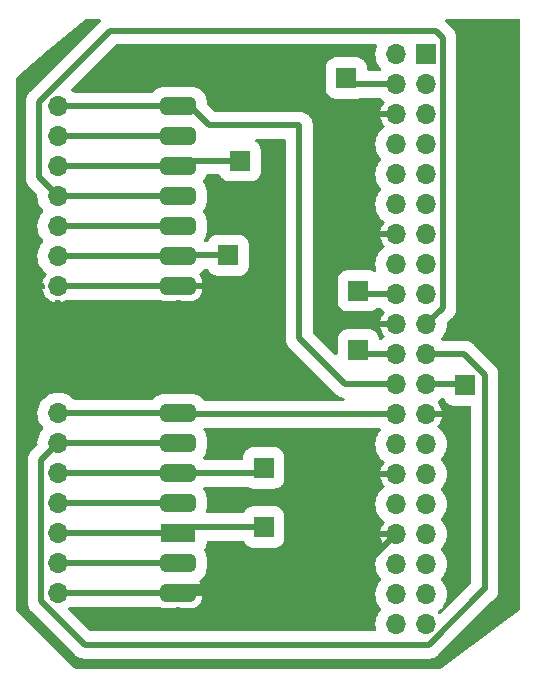
<source format=gbr>
%TF.GenerationSoftware,KiCad,Pcbnew,(6.0.1)*%
%TF.CreationDate,2022-02-08T16:55:05-03:00*%
%TF.ProjectId,connector rpi,636f6e6e-6563-4746-9f72-207270692e6b,rev?*%
%TF.SameCoordinates,Original*%
%TF.FileFunction,Copper,L1,Top*%
%TF.FilePolarity,Positive*%
%FSLAX46Y46*%
G04 Gerber Fmt 4.6, Leading zero omitted, Abs format (unit mm)*
G04 Created by KiCad (PCBNEW (6.0.1)) date 2022-02-08 16:55:05*
%MOMM*%
%LPD*%
G01*
G04 APERTURE LIST*
G04 Aperture macros list*
%AMRoundRect*
0 Rectangle with rounded corners*
0 $1 Rounding radius*
0 $2 $3 $4 $5 $6 $7 $8 $9 X,Y pos of 4 corners*
0 Add a 4 corners polygon primitive as box body*
4,1,4,$2,$3,$4,$5,$6,$7,$8,$9,$2,$3,0*
0 Add four circle primitives for the rounded corners*
1,1,$1+$1,$2,$3*
1,1,$1+$1,$4,$5*
1,1,$1+$1,$6,$7*
1,1,$1+$1,$8,$9*
0 Add four rect primitives between the rounded corners*
20,1,$1+$1,$2,$3,$4,$5,0*
20,1,$1+$1,$4,$5,$6,$7,0*
20,1,$1+$1,$6,$7,$8,$9,0*
20,1,$1+$1,$8,$9,$2,$3,0*%
G04 Aperture macros list end*
%TA.AperFunction,EtchedComponent*%
%ADD10C,0.500000*%
%TD*%
%TA.AperFunction,ComponentPad*%
%ADD11R,1.700000X1.700000*%
%TD*%
%TA.AperFunction,ComponentPad*%
%ADD12O,1.700000X1.700000*%
%TD*%
%TA.AperFunction,ConnectorPad*%
%ADD13RoundRect,0.375000X1.125000X0.375000X-1.125000X0.375000X-1.125000X-0.375000X1.125000X-0.375000X0*%
%TD*%
%TA.AperFunction,SMDPad,CuDef*%
%ADD14R,3.000000X1.500000*%
%TD*%
%TA.AperFunction,ViaPad*%
%ADD15C,0.800000*%
%TD*%
%TA.AperFunction,Conductor*%
%ADD16C,0.500000*%
%TD*%
G04 APERTURE END LIST*
D10*
%TO.C,C1*%
X31595000Y-70000000D02*
X41255000Y-70000000D01*
X41755000Y-64920000D02*
X31595000Y-64920000D01*
X31595000Y-62380000D02*
X41755000Y-62380000D01*
X31595000Y-67460000D02*
X41255000Y-67460000D01*
X31595000Y-77620000D02*
X41755000Y-77620000D01*
X31595000Y-75080000D02*
X41255000Y-75080000D01*
X31595000Y-72540000D02*
X41755000Y-72540000D01*
%TO.C,C2*%
X31595000Y-49080000D02*
X41255000Y-49080000D01*
X31595000Y-51620000D02*
X41755000Y-51620000D01*
X41755000Y-38920000D02*
X31595000Y-38920000D01*
X31595000Y-46540000D02*
X41755000Y-46540000D01*
X31595000Y-36380000D02*
X41755000Y-36380000D01*
X31595000Y-44000000D02*
X41255000Y-44000000D01*
X31595000Y-41460000D02*
X41255000Y-41460000D01*
%TD*%
D11*
%TO.P,REF\u002A\u002A,1*%
%TO.N,N/C*%
X49000000Y-67000000D03*
%TD*%
%TO.P,REF\u002A\u002A,1*%
%TO.N,Net-(C1-Pad2)*%
X46000000Y-49000000D03*
%TD*%
%TO.P,REF\u002A\u002A,1*%
%TO.N,Net-(C1-Pad2)*%
X56000000Y-34000000D03*
%TD*%
%TO.P,REF\u002A\u002A,1*%
%TO.N,Net-(C2-Pad5)*%
X47000000Y-41000000D03*
%TD*%
D12*
%TO.P,C1,1,GND*%
%TO.N,GND*%
X31595000Y-77620000D03*
D13*
X41755000Y-77620000D03*
%TO.P,C1,2,5V*%
%TO.N,Net-(C1-Pad2)*%
X41755000Y-75080000D03*
D12*
X31595000Y-75080000D03*
%TO.P,C1,3,SCK*%
%TO.N,Net-(C1-Pad3)*%
X31595000Y-72540000D03*
D14*
X41755000Y-72540000D03*
D13*
%TO.P,C1,4,MOSI*%
%TO.N,Net-(C1-Pad4)*%
X41755000Y-70000000D03*
D12*
X31595000Y-70000000D03*
D13*
%TO.P,C1,5,RES*%
%TO.N,Net-(C1-Pad5)*%
X41755000Y-67460000D03*
D12*
X31595000Y-67460000D03*
D13*
%TO.P,C1,6,DC*%
%TO.N,Net-(C1-Pad6)*%
X41755000Y-64920000D03*
D12*
X31595000Y-64920000D03*
D13*
%TO.P,C1,7,BL*%
%TO.N,Net-(C1-Pad7)*%
X41755000Y-62380000D03*
D12*
X31595000Y-62380000D03*
%TD*%
D11*
%TO.P,REF\u002A\u002A,1*%
%TO.N,Net-(C1-Pad3)*%
X49000000Y-72000000D03*
%TD*%
%TO.P,REF\u002A\u002A,1*%
%TO.N,Net-(C2-Pad5)*%
X57000000Y-52000000D03*
%TD*%
D12*
%TO.P,C2,1,GND*%
%TO.N,GND*%
X31595000Y-51620000D03*
D13*
X41755000Y-51620000D03*
%TO.P,C2,2,5V*%
%TO.N,Net-(C1-Pad2)*%
X41755000Y-49080000D03*
D12*
X31595000Y-49080000D03*
D13*
%TO.P,C2,3,SCK*%
%TO.N,Net-(C1-Pad3)*%
X41755000Y-46540000D03*
D12*
X31595000Y-46540000D03*
%TO.P,C2,4,MOSI*%
%TO.N,Net-(C1-Pad4)*%
X31595000Y-44000000D03*
D13*
X41755000Y-44000000D03*
D12*
%TO.P,C2,5,RES*%
%TO.N,Net-(C2-Pad5)*%
X31595000Y-41460000D03*
D13*
X41755000Y-41460000D03*
%TO.P,C2,6,DC*%
%TO.N,Net-(C1-Pad6)*%
X41755000Y-38920000D03*
D12*
X31595000Y-38920000D03*
D13*
%TO.P,C2,7,BL*%
%TO.N,Net-(C2-Pad7)*%
X41755000Y-36380000D03*
D12*
X31595000Y-36380000D03*
%TD*%
D11*
%TO.P,J1,1,3V3*%
%TO.N,unconnected-(J1-Pad1)*%
X62745000Y-31975000D03*
D12*
%TO.P,J1,2,5V*%
%TO.N,unconnected-(J1-Pad2)*%
X60205000Y-31975000D03*
%TO.P,J1,3,SDA/GPIO2*%
%TO.N,unconnected-(J1-Pad3)*%
X62745000Y-34515000D03*
%TO.P,J1,4,5V*%
%TO.N,Net-(C1-Pad2)*%
X60205000Y-34515000D03*
%TO.P,J1,5,SCL/GPIO3*%
%TO.N,unconnected-(J1-Pad5)*%
X62745000Y-37055000D03*
%TO.P,J1,6,GND*%
%TO.N,GND*%
X60205000Y-37055000D03*
%TO.P,J1,7,GCLK0/GPIO4*%
%TO.N,unconnected-(J1-Pad7)*%
X62745000Y-39595000D03*
%TO.P,J1,8,GPIO14/TXD*%
%TO.N,unconnected-(J1-Pad8)*%
X60205000Y-39595000D03*
%TO.P,J1,9,GND*%
%TO.N,GND*%
X62745000Y-42135000D03*
%TO.P,J1,10,GPIO15/RXD*%
%TO.N,unconnected-(J1-Pad10)*%
X60205000Y-42135000D03*
%TO.P,J1,11,GPIO17*%
%TO.N,unconnected-(J1-Pad11)*%
X62745000Y-44675000D03*
%TO.P,J1,12,GPIO18/PWM0*%
%TO.N,unconnected-(J1-Pad12)*%
X60205000Y-44675000D03*
%TO.P,J1,13,GPIO27*%
%TO.N,unconnected-(J1-Pad13)*%
X62745000Y-47215000D03*
%TO.P,J1,14,GND*%
%TO.N,GND*%
X60205000Y-47215000D03*
%TO.P,J1,15,GPIO22*%
%TO.N,unconnected-(J1-Pad15)*%
X62745000Y-49755000D03*
%TO.P,J1,16,GPIO23*%
%TO.N,unconnected-(J1-Pad16)*%
X60205000Y-49755000D03*
%TO.P,J1,17,3V3*%
%TO.N,unconnected-(J1-Pad17)*%
X62745000Y-52295000D03*
%TO.P,J1,18,GPIO24*%
%TO.N,Net-(C2-Pad5)*%
X60205000Y-52295000D03*
%TO.P,J1,19,MOSI0/GPIO10*%
%TO.N,Net-(C1-Pad4)*%
X62745000Y-54835000D03*
%TO.P,J1,20,GND*%
%TO.N,GND*%
X60205000Y-54835000D03*
%TO.P,J1,21,MISO0/GPIO9*%
%TO.N,Net-(C1-Pad6)*%
X62745000Y-57375000D03*
%TO.P,J1,22,GPIO25*%
%TO.N,Net-(C1-Pad5)*%
X60205000Y-57375000D03*
%TO.P,J1,23,SCLK0/GPIO11*%
%TO.N,Net-(C1-Pad3)*%
X62745000Y-59915000D03*
%TO.P,J1,24,~{CE0}/GPIO8*%
%TO.N,Net-(C2-Pad7)*%
X60205000Y-59915000D03*
%TO.P,J1,25,GND*%
%TO.N,GND*%
X62745000Y-62455000D03*
%TO.P,J1,26,~{CE1}/GPIO7*%
%TO.N,Net-(C1-Pad7)*%
X60205000Y-62455000D03*
%TO.P,J1,27,ID_SD/GPIO0*%
%TO.N,unconnected-(J1-Pad27)*%
X62745000Y-64995000D03*
%TO.P,J1,28,ID_SC/GPIO1*%
%TO.N,unconnected-(J1-Pad28)*%
X60205000Y-64995000D03*
%TO.P,J1,29,GCLK1/GPIO5*%
%TO.N,unconnected-(J1-Pad29)*%
X62745000Y-67535000D03*
%TO.P,J1,30,GND*%
%TO.N,GND*%
X60205000Y-67535000D03*
%TO.P,J1,31,GCLK2/GPIO6*%
%TO.N,unconnected-(J1-Pad31)*%
X62745000Y-70075000D03*
%TO.P,J1,32,PWM0/GPIO12*%
%TO.N,unconnected-(J1-Pad32)*%
X60205000Y-70075000D03*
%TO.P,J1,33,PWM1/GPIO13*%
%TO.N,unconnected-(J1-Pad33)*%
X62745000Y-72615000D03*
%TO.P,J1,34,GND*%
%TO.N,GND*%
X60205000Y-72615000D03*
%TO.P,J1,35,GPIO19/MISO1*%
%TO.N,unconnected-(J1-Pad35)*%
X62745000Y-75155000D03*
%TO.P,J1,36,GPIO16*%
%TO.N,unconnected-(J1-Pad36)*%
X60205000Y-75155000D03*
%TO.P,J1,37,GPIO26*%
%TO.N,unconnected-(J1-Pad37)*%
X62745000Y-77695000D03*
%TO.P,J1,38,GPIO20/MOSI1*%
%TO.N,unconnected-(J1-Pad38)*%
X60205000Y-77695000D03*
%TO.P,J1,39,GND*%
%TO.N,GND*%
X62745000Y-80235000D03*
%TO.P,J1,40,GPIO21/SCLK1*%
%TO.N,unconnected-(J1-Pad40)*%
X60205000Y-80235000D03*
%TD*%
D11*
%TO.P,REF\u002A\u002A,1*%
%TO.N,Net-(C1-Pad3)*%
X66000000Y-60000000D03*
%TD*%
%TO.P,REF\u002A\u002A,1*%
%TO.N,Net-(C1-Pad5)*%
X57000000Y-57000000D03*
%TD*%
D15*
%TO.N,GND*%
X32000000Y-54000000D03*
%TD*%
D16*
%TO.N,Net-(C1-Pad6)*%
X31100365Y-65414635D02*
X30160000Y-66355000D01*
X62959209Y-82000000D02*
X67679209Y-77280000D01*
X30160000Y-66355000D02*
X30160000Y-78310000D01*
X65974022Y-57375000D02*
X62745000Y-57375000D01*
X30160000Y-78310000D02*
X33850000Y-82000000D01*
X33850000Y-82000000D02*
X62959209Y-82000000D01*
X67720000Y-77280000D02*
X67720000Y-59120978D01*
X67679209Y-77280000D02*
X67720000Y-77280000D01*
X67720000Y-59120978D02*
X65974022Y-57375000D01*
%TO.N,Net-(C1-Pad4)*%
X30000000Y-36000000D02*
X30000000Y-42405000D01*
X30000000Y-42405000D02*
X31029654Y-43434654D01*
X62745000Y-54835000D02*
X64144511Y-53435489D01*
X64144511Y-30575489D02*
X63569022Y-30000000D01*
X36000000Y-30000000D02*
X30000000Y-36000000D01*
X64144511Y-53435489D02*
X64144511Y-30575489D01*
X63569022Y-30000000D02*
X36000000Y-30000000D01*
%TO.N,GND*%
X55694635Y-77125365D02*
X42249635Y-77125365D01*
X60205000Y-72615000D02*
X55694635Y-77125365D01*
%TO.N,Net-(C1-Pad2)*%
X56515000Y-34515000D02*
X56000000Y-34000000D01*
X46000000Y-49000000D02*
X42034520Y-49000000D01*
X60205000Y-34515000D02*
X56515000Y-34515000D01*
X42034520Y-49000000D02*
X41954520Y-49080000D01*
%TO.N,Net-(C1-Pad3)*%
X49000000Y-72000000D02*
X42295000Y-72000000D01*
X62745000Y-59915000D02*
X65915000Y-59915000D01*
X42295000Y-72000000D02*
X42249635Y-72045365D01*
X65915000Y-59915000D02*
X66000000Y-60000000D01*
%TO.N,Net-(C1-Pad5)*%
X49000000Y-67000000D02*
X48540000Y-67460000D01*
X57375000Y-57375000D02*
X57000000Y-57000000D01*
X48540000Y-67460000D02*
X41954520Y-67460000D01*
X60205000Y-57375000D02*
X57375000Y-57375000D01*
%TO.N,Net-(C1-Pad7)*%
X60205000Y-62455000D02*
X42819270Y-62455000D01*
X42819270Y-62455000D02*
X42249635Y-61885365D01*
%TO.N,Net-(C2-Pad5)*%
X57295000Y-52295000D02*
X57000000Y-52000000D01*
X47000000Y-41000000D02*
X42414520Y-41000000D01*
X60205000Y-52295000D02*
X57295000Y-52295000D01*
X42414520Y-41000000D02*
X41954520Y-41460000D01*
%TO.N,Net-(C2-Pad7)*%
X52000000Y-56000000D02*
X52000000Y-38000000D01*
X55915000Y-59915000D02*
X52000000Y-56000000D01*
X44364270Y-38000000D02*
X42249635Y-35885365D01*
X60205000Y-59915000D02*
X55915000Y-59915000D01*
X52000000Y-38000000D02*
X44364270Y-38000000D01*
%TD*%
%TA.AperFunction,Conductor*%
%TO.N,GND*%
G36*
X35136878Y-29020002D02*
G01*
X35183371Y-29073658D01*
X35193475Y-29143932D01*
X35163981Y-29208512D01*
X35157852Y-29215095D01*
X29216921Y-35156027D01*
X29210903Y-35161664D01*
X29161881Y-35204655D01*
X29106720Y-35274627D01*
X29104702Y-35277118D01*
X29051479Y-35341110D01*
X29051472Y-35341120D01*
X29047781Y-35345558D01*
X29044958Y-35350599D01*
X29043156Y-35353221D01*
X29036271Y-35363525D01*
X29034552Y-35366171D01*
X29030976Y-35370708D01*
X29028287Y-35375819D01*
X29028285Y-35375822D01*
X28989535Y-35449473D01*
X28987962Y-35452371D01*
X28969619Y-35485126D01*
X28944463Y-35530045D01*
X28942606Y-35535517D01*
X28941319Y-35538407D01*
X28936412Y-35549829D01*
X28935214Y-35552722D01*
X28932523Y-35557836D01*
X28916517Y-35609383D01*
X28906130Y-35642833D01*
X28905112Y-35645967D01*
X28879506Y-35721403D01*
X28876496Y-35730271D01*
X28875668Y-35735983D01*
X28874965Y-35738910D01*
X28872164Y-35751286D01*
X28871532Y-35754258D01*
X28869820Y-35759773D01*
X28865291Y-35798041D01*
X28859356Y-35848183D01*
X28858930Y-35851414D01*
X28846154Y-35939530D01*
X28848674Y-36003670D01*
X28849403Y-36022216D01*
X28849500Y-36027163D01*
X28849500Y-42361963D01*
X28849230Y-42370203D01*
X28844967Y-42435246D01*
X28851970Y-42494412D01*
X28855434Y-42523675D01*
X28855778Y-42526957D01*
X28862970Y-42605227D01*
X28863919Y-42615560D01*
X28865488Y-42621122D01*
X28866051Y-42624161D01*
X28868501Y-42636481D01*
X28869142Y-42639494D01*
X28869820Y-42645227D01*
X28871533Y-42650744D01*
X28871534Y-42650748D01*
X28896205Y-42730201D01*
X28897142Y-42733364D01*
X28919744Y-42813507D01*
X28919749Y-42813521D01*
X28921314Y-42819069D01*
X28923866Y-42824244D01*
X28924975Y-42827133D01*
X28929611Y-42838752D01*
X28930810Y-42841646D01*
X28932523Y-42847163D01*
X28972353Y-42922866D01*
X28973963Y-42925927D01*
X28975461Y-42928867D01*
X29012277Y-43003524D01*
X29012280Y-43003529D01*
X29014835Y-43008710D01*
X29018293Y-43013341D01*
X29019944Y-43016035D01*
X29026621Y-43026618D01*
X29028292Y-43029191D01*
X29030976Y-43034292D01*
X29068528Y-43081926D01*
X29086087Y-43104200D01*
X29088083Y-43106801D01*
X29141349Y-43178133D01*
X29162309Y-43197508D01*
X29202121Y-43234310D01*
X29205687Y-43237740D01*
X29805419Y-43837472D01*
X29839445Y-43899784D01*
X29841690Y-43939189D01*
X29840194Y-43954049D01*
X29852677Y-44213930D01*
X29903435Y-44469112D01*
X29991355Y-44713989D01*
X30114504Y-44943180D01*
X30117299Y-44946923D01*
X30117301Y-44946926D01*
X30267385Y-45147913D01*
X30267390Y-45147919D01*
X30270177Y-45151651D01*
X30273492Y-45154937D01*
X30299224Y-45180446D01*
X30333521Y-45242610D01*
X30328764Y-45313447D01*
X30307393Y-45350496D01*
X30165895Y-45520629D01*
X30030920Y-45743061D01*
X30029111Y-45747375D01*
X30029110Y-45747377D01*
X29938527Y-45963394D01*
X29930305Y-45983001D01*
X29929154Y-45987533D01*
X29929153Y-45987536D01*
X29924328Y-46006535D01*
X29866261Y-46235177D01*
X29840194Y-46494049D01*
X29852677Y-46753930D01*
X29903435Y-47009112D01*
X29991355Y-47253989D01*
X30114504Y-47483180D01*
X30117299Y-47486923D01*
X30117301Y-47486926D01*
X30267385Y-47687913D01*
X30267390Y-47687919D01*
X30270177Y-47691651D01*
X30273492Y-47694937D01*
X30299224Y-47720446D01*
X30333521Y-47782610D01*
X30328764Y-47853447D01*
X30307393Y-47890496D01*
X30165895Y-48060629D01*
X30030920Y-48283061D01*
X30029111Y-48287375D01*
X30029110Y-48287377D01*
X29985745Y-48390792D01*
X29930305Y-48523001D01*
X29929154Y-48527533D01*
X29929153Y-48527536D01*
X29924611Y-48545421D01*
X29866261Y-48775177D01*
X29840194Y-49034049D01*
X29852677Y-49293930D01*
X29903435Y-49549112D01*
X29991355Y-49793989D01*
X30114504Y-50023180D01*
X30117299Y-50026923D01*
X30117301Y-50026926D01*
X30267385Y-50227913D01*
X30267390Y-50227919D01*
X30270177Y-50231651D01*
X30273486Y-50234931D01*
X30273491Y-50234937D01*
X30451637Y-50411535D01*
X30454954Y-50414823D01*
X30458716Y-50417581D01*
X30458719Y-50417584D01*
X30582190Y-50508116D01*
X30625298Y-50564527D01*
X30631065Y-50635289D01*
X30598779Y-50696779D01*
X30539591Y-50758717D01*
X30533104Y-50766727D01*
X30413098Y-50942649D01*
X30408000Y-50951623D01*
X30318338Y-51144783D01*
X30314775Y-51154470D01*
X30259389Y-51354183D01*
X30260912Y-51362607D01*
X30273292Y-51366000D01*
X30321002Y-51366000D01*
X30389123Y-51386002D01*
X30435616Y-51439658D01*
X30445350Y-51499263D01*
X30446400Y-51499277D01*
X30443633Y-51710615D01*
X30444612Y-51716310D01*
X30446391Y-51726665D01*
X30438212Y-51797189D01*
X30393204Y-51852096D01*
X30322210Y-51874000D01*
X30278225Y-51874000D01*
X30264694Y-51877973D01*
X30263257Y-51887966D01*
X30293565Y-52022446D01*
X30296645Y-52032275D01*
X30376770Y-52229603D01*
X30381413Y-52238794D01*
X30492694Y-52420388D01*
X30498777Y-52428699D01*
X30638213Y-52589667D01*
X30645580Y-52596883D01*
X30809434Y-52732916D01*
X30817881Y-52738831D01*
X31001756Y-52846279D01*
X31011042Y-52850729D01*
X31210001Y-52926703D01*
X31219899Y-52929579D01*
X31323250Y-52950606D01*
X31337299Y-52949410D01*
X31341000Y-52939065D01*
X31341000Y-52889839D01*
X31361002Y-52821718D01*
X31414658Y-52775225D01*
X31481809Y-52764712D01*
X31526485Y-52770000D01*
X31723000Y-52770000D01*
X31791121Y-52790002D01*
X31837614Y-52843658D01*
X31849000Y-52896000D01*
X31849000Y-52938517D01*
X31853064Y-52952359D01*
X31866478Y-52954393D01*
X31873184Y-52953534D01*
X31883262Y-52951392D01*
X32087255Y-52890191D01*
X32096842Y-52886433D01*
X32288094Y-52792739D01*
X32296429Y-52787771D01*
X32360946Y-52770000D01*
X40175799Y-52770000D01*
X40233002Y-52783733D01*
X40305941Y-52820898D01*
X40318187Y-52825599D01*
X40485533Y-52870439D01*
X40496860Y-52872386D01*
X40565739Y-52877807D01*
X40570665Y-52878000D01*
X41482885Y-52878000D01*
X41498124Y-52873525D01*
X41499329Y-52872135D01*
X41499963Y-52869219D01*
X41533987Y-52806906D01*
X41596299Y-52772880D01*
X41623084Y-52770000D01*
X41808621Y-52770000D01*
X41849197Y-52766272D01*
X41874815Y-52763918D01*
X41944481Y-52777603D01*
X41995688Y-52826780D01*
X42007240Y-52853891D01*
X42013475Y-52875124D01*
X42014865Y-52876329D01*
X42022548Y-52878000D01*
X42939335Y-52878000D01*
X42944261Y-52877807D01*
X43013140Y-52872386D01*
X43024467Y-52870439D01*
X43191813Y-52825599D01*
X43204059Y-52820898D01*
X43357682Y-52742622D01*
X43368696Y-52735470D01*
X43502689Y-52626966D01*
X43511966Y-52617689D01*
X43620470Y-52483696D01*
X43627622Y-52472682D01*
X43705898Y-52319059D01*
X43710599Y-52306813D01*
X43755439Y-52139467D01*
X43757386Y-52128140D01*
X43762807Y-52059261D01*
X43763000Y-52054335D01*
X43763000Y-51892115D01*
X43758525Y-51876876D01*
X43757135Y-51875671D01*
X43749452Y-51874000D01*
X43028998Y-51874000D01*
X42960877Y-51853998D01*
X42914384Y-51800342D01*
X42904650Y-51740737D01*
X42903600Y-51740723D01*
X42906291Y-51535167D01*
X42906367Y-51529385D01*
X42903609Y-51513335D01*
X42911788Y-51442811D01*
X42956796Y-51387904D01*
X43027790Y-51366000D01*
X43744885Y-51366000D01*
X43760124Y-51361525D01*
X43761329Y-51360135D01*
X43763000Y-51352452D01*
X43763000Y-51185666D01*
X43762807Y-51180739D01*
X43757386Y-51111860D01*
X43755439Y-51100533D01*
X43710599Y-50933187D01*
X43705898Y-50920941D01*
X43627622Y-50767318D01*
X43620470Y-50756304D01*
X43569770Y-50693694D01*
X43542445Y-50628166D01*
X43554885Y-50558268D01*
X43595781Y-50510935D01*
X43696868Y-50440678D01*
X43696871Y-50440676D01*
X43701476Y-50437475D01*
X43862475Y-50276476D01*
X43912436Y-50204590D01*
X43967739Y-50160068D01*
X44015902Y-50150500D01*
X44215244Y-50150500D01*
X44283365Y-50170502D01*
X44327511Y-50219297D01*
X44356645Y-50276476D01*
X44390617Y-50343149D01*
X44394770Y-50348278D01*
X44394773Y-50348282D01*
X44492520Y-50468989D01*
X44509743Y-50490257D01*
X44514874Y-50494412D01*
X44651718Y-50605227D01*
X44651722Y-50605230D01*
X44656851Y-50609383D01*
X44662729Y-50612378D01*
X44662732Y-50612380D01*
X44707694Y-50635289D01*
X44825512Y-50695320D01*
X44831885Y-50697028D01*
X44831886Y-50697028D01*
X45002777Y-50742818D01*
X45002783Y-50742819D01*
X45008355Y-50744312D01*
X45014111Y-50744765D01*
X45084523Y-50750307D01*
X45084530Y-50750307D01*
X45086979Y-50750500D01*
X45999630Y-50750500D01*
X46913020Y-50750499D01*
X46961943Y-50746649D01*
X46985891Y-50744765D01*
X46985893Y-50744765D01*
X46991645Y-50744312D01*
X47106592Y-50713512D01*
X47168114Y-50697028D01*
X47168115Y-50697028D01*
X47174488Y-50695320D01*
X47292306Y-50635289D01*
X47337268Y-50612380D01*
X47337271Y-50612378D01*
X47343149Y-50609383D01*
X47348278Y-50605230D01*
X47348282Y-50605227D01*
X47485126Y-50494412D01*
X47490257Y-50490257D01*
X47507480Y-50468989D01*
X47605227Y-50348282D01*
X47605230Y-50348278D01*
X47609383Y-50343149D01*
X47612381Y-50337267D01*
X47657099Y-50249501D01*
X47695320Y-50174488D01*
X47699184Y-50160068D01*
X47742818Y-49997223D01*
X47742819Y-49997217D01*
X47744312Y-49991645D01*
X47746100Y-49968930D01*
X47750307Y-49915477D01*
X47750307Y-49915470D01*
X47750500Y-49913021D01*
X47750499Y-48086980D01*
X47746641Y-48037952D01*
X47744765Y-48014109D01*
X47744765Y-48014107D01*
X47744312Y-48008355D01*
X47702805Y-47853447D01*
X47697028Y-47831886D01*
X47697028Y-47831885D01*
X47695320Y-47825512D01*
X47628789Y-47694937D01*
X47612380Y-47662732D01*
X47612378Y-47662729D01*
X47609383Y-47656851D01*
X47605230Y-47651722D01*
X47605227Y-47651718D01*
X47494412Y-47514874D01*
X47490257Y-47509743D01*
X47482573Y-47503521D01*
X47348282Y-47394773D01*
X47348278Y-47394770D01*
X47343149Y-47390617D01*
X47337271Y-47387622D01*
X47337268Y-47387620D01*
X47248698Y-47342492D01*
X47174488Y-47304680D01*
X47168114Y-47302972D01*
X46997223Y-47257182D01*
X46997217Y-47257181D01*
X46991645Y-47255688D01*
X46970058Y-47253989D01*
X46915477Y-47249693D01*
X46915470Y-47249693D01*
X46913021Y-47249500D01*
X46000370Y-47249500D01*
X45086980Y-47249501D01*
X45038057Y-47253351D01*
X45014109Y-47255235D01*
X45014107Y-47255235D01*
X45008355Y-47255688D01*
X44825512Y-47304680D01*
X44751302Y-47342492D01*
X44662732Y-47387620D01*
X44662729Y-47387622D01*
X44656851Y-47390617D01*
X44651722Y-47394770D01*
X44651718Y-47394773D01*
X44517427Y-47503521D01*
X44509743Y-47509743D01*
X44505588Y-47514874D01*
X44394773Y-47651718D01*
X44394770Y-47651722D01*
X44390617Y-47656851D01*
X44387620Y-47662733D01*
X44327511Y-47780703D01*
X44278763Y-47832318D01*
X44215244Y-47849500D01*
X44024937Y-47849500D01*
X43956816Y-47829498D01*
X43910323Y-47775842D01*
X43900219Y-47705568D01*
X43921472Y-47651590D01*
X43989217Y-47554118D01*
X43989218Y-47554116D01*
X43992418Y-47549512D01*
X44087199Y-47342492D01*
X44143823Y-47121959D01*
X44152644Y-47013507D01*
X44155293Y-46980943D01*
X44155293Y-46980931D01*
X44155500Y-46978392D01*
X44155500Y-46101608D01*
X44154976Y-46095155D01*
X44144258Y-45963394D01*
X44143823Y-45958041D01*
X44087199Y-45737508D01*
X43992418Y-45530488D01*
X43862475Y-45343524D01*
X43864224Y-45342308D01*
X43839579Y-45285755D01*
X43850906Y-45215668D01*
X43863004Y-45196844D01*
X43862475Y-45196476D01*
X43989217Y-45014118D01*
X43989218Y-45014116D01*
X43992418Y-45009512D01*
X44087199Y-44802492D01*
X44143823Y-44581959D01*
X44152644Y-44473507D01*
X44155293Y-44440943D01*
X44155293Y-44440931D01*
X44155500Y-44438392D01*
X44155500Y-43561608D01*
X44143823Y-43418041D01*
X44087199Y-43197508D01*
X44080122Y-43182049D01*
X44044479Y-43104200D01*
X43992418Y-42990488D01*
X43949591Y-42928867D01*
X43862475Y-42803524D01*
X43864224Y-42802308D01*
X43839579Y-42745755D01*
X43850906Y-42675668D01*
X43863004Y-42656844D01*
X43862475Y-42656476D01*
X43989217Y-42474118D01*
X43989218Y-42474116D01*
X43992418Y-42469512D01*
X44087199Y-42262492D01*
X44091648Y-42245164D01*
X44127963Y-42184158D01*
X44191496Y-42152470D01*
X44213689Y-42150500D01*
X45215244Y-42150500D01*
X45283365Y-42170502D01*
X45327511Y-42219297D01*
X45390617Y-42343149D01*
X45394770Y-42348278D01*
X45394773Y-42348282D01*
X45465196Y-42435246D01*
X45509743Y-42490257D01*
X45514874Y-42494412D01*
X45651718Y-42605227D01*
X45651722Y-42605230D01*
X45656851Y-42609383D01*
X45662729Y-42612378D01*
X45662732Y-42612380D01*
X45727199Y-42645227D01*
X45825512Y-42695320D01*
X45831885Y-42697028D01*
X45831886Y-42697028D01*
X46002777Y-42742818D01*
X46002783Y-42742819D01*
X46008355Y-42744312D01*
X46014111Y-42744765D01*
X46084523Y-42750307D01*
X46084530Y-42750307D01*
X46086979Y-42750500D01*
X46999630Y-42750500D01*
X47913020Y-42750499D01*
X47961943Y-42746649D01*
X47985891Y-42744765D01*
X47985893Y-42744765D01*
X47991645Y-42744312D01*
X48174488Y-42695320D01*
X48272801Y-42645227D01*
X48337268Y-42612380D01*
X48337271Y-42612378D01*
X48343149Y-42609383D01*
X48348278Y-42605230D01*
X48348282Y-42605227D01*
X48485126Y-42494412D01*
X48490257Y-42490257D01*
X48534804Y-42435246D01*
X48605227Y-42348282D01*
X48605230Y-42348278D01*
X48609383Y-42343149D01*
X48612381Y-42337267D01*
X48659309Y-42245164D01*
X48695320Y-42174488D01*
X48701220Y-42152470D01*
X48742818Y-41997223D01*
X48742819Y-41997217D01*
X48744312Y-41991645D01*
X48750500Y-41913021D01*
X48750499Y-40086980D01*
X48744312Y-40008355D01*
X48713512Y-39893408D01*
X48697028Y-39831886D01*
X48697028Y-39831885D01*
X48695320Y-39825512D01*
X48634206Y-39705568D01*
X48612380Y-39662732D01*
X48612378Y-39662729D01*
X48609383Y-39656851D01*
X48605230Y-39651722D01*
X48605227Y-39651718D01*
X48494412Y-39514874D01*
X48490257Y-39509743D01*
X48474034Y-39496606D01*
X48348282Y-39394773D01*
X48348278Y-39394770D01*
X48343149Y-39390617D01*
X48337269Y-39387621D01*
X48331724Y-39384020D01*
X48332777Y-39382399D01*
X48287904Y-39340021D01*
X48270837Y-39271106D01*
X48293736Y-39203904D01*
X48349333Y-39159751D01*
X48396721Y-39150500D01*
X50723500Y-39150500D01*
X50791621Y-39170502D01*
X50838114Y-39224158D01*
X50849500Y-39276500D01*
X50849500Y-55956963D01*
X50849230Y-55965203D01*
X50844967Y-56030246D01*
X50853781Y-56104711D01*
X50855434Y-56118675D01*
X50855778Y-56121957D01*
X50860399Y-56172246D01*
X50863919Y-56210560D01*
X50865488Y-56216122D01*
X50866051Y-56219161D01*
X50868501Y-56231481D01*
X50869142Y-56234494D01*
X50869820Y-56240227D01*
X50871533Y-56245744D01*
X50871534Y-56245748D01*
X50896205Y-56325201D01*
X50897142Y-56328364D01*
X50919744Y-56408507D01*
X50919749Y-56408521D01*
X50921314Y-56414069D01*
X50923866Y-56419244D01*
X50924975Y-56422133D01*
X50929611Y-56433752D01*
X50930810Y-56436646D01*
X50932523Y-56442163D01*
X50935213Y-56447275D01*
X50935213Y-56447276D01*
X50973963Y-56520927D01*
X50975461Y-56523867D01*
X51012277Y-56598524D01*
X51012280Y-56598529D01*
X51014835Y-56603710D01*
X51018293Y-56608341D01*
X51019944Y-56611035D01*
X51026621Y-56621618D01*
X51028292Y-56624191D01*
X51030976Y-56629292D01*
X51034548Y-56633823D01*
X51086087Y-56699200D01*
X51088083Y-56701801D01*
X51141349Y-56773133D01*
X51202121Y-56829310D01*
X51205687Y-56832740D01*
X55071034Y-60698087D01*
X55076671Y-60704105D01*
X55119655Y-60753119D01*
X55124188Y-60756693D01*
X55124197Y-60756701D01*
X55189565Y-60808232D01*
X55192129Y-60810308D01*
X55256111Y-60863521D01*
X55256115Y-60863524D01*
X55260558Y-60867219D01*
X55265600Y-60870043D01*
X55268221Y-60871844D01*
X55278525Y-60878729D01*
X55281171Y-60880448D01*
X55285708Y-60884024D01*
X55290819Y-60886713D01*
X55290822Y-60886715D01*
X55364473Y-60925465D01*
X55367371Y-60927038D01*
X55436692Y-60965859D01*
X55445045Y-60970537D01*
X55450517Y-60972394D01*
X55453407Y-60973681D01*
X55464829Y-60978588D01*
X55467722Y-60979786D01*
X55472836Y-60982477D01*
X55498539Y-60990458D01*
X55557833Y-61008870D01*
X55560967Y-61009888D01*
X55615095Y-61028261D01*
X55645271Y-61038504D01*
X55650988Y-61039333D01*
X55654016Y-61040060D01*
X55666270Y-61042833D01*
X55669262Y-61043469D01*
X55674773Y-61045180D01*
X55680501Y-61045858D01*
X55680506Y-61045859D01*
X55743997Y-61053373D01*
X55809295Y-61081243D01*
X55849159Y-61139992D01*
X55850933Y-61210966D01*
X55814054Y-61271633D01*
X55750231Y-61302730D01*
X55729188Y-61304500D01*
X44012427Y-61304500D01*
X43944306Y-61284498D01*
X43908962Y-61250410D01*
X43890782Y-61224253D01*
X43862475Y-61183524D01*
X43701476Y-61022525D01*
X43514512Y-60892582D01*
X43332508Y-60809254D01*
X43312597Y-60800138D01*
X43312595Y-60800137D01*
X43307492Y-60797801D01*
X43086959Y-60741177D01*
X43020333Y-60735758D01*
X42945943Y-60729707D01*
X42945931Y-60729707D01*
X42943392Y-60729500D01*
X40566608Y-60729500D01*
X40564069Y-60729707D01*
X40564057Y-60729707D01*
X40489667Y-60735758D01*
X40423041Y-60741177D01*
X40202508Y-60797801D01*
X40197405Y-60800137D01*
X40197403Y-60800138D01*
X40177492Y-60809254D01*
X39995488Y-60892582D01*
X39808524Y-61022525D01*
X39647525Y-61183524D01*
X39646216Y-61185407D01*
X39588046Y-61224253D01*
X39550427Y-61230000D01*
X32977124Y-61230000D01*
X32909003Y-61209998D01*
X32889606Y-61193657D01*
X32889223Y-61194064D01*
X32706871Y-61022525D01*
X32699714Y-61015792D01*
X32547748Y-60910369D01*
X32489779Y-60870154D01*
X32489776Y-60870152D01*
X32485937Y-60867489D01*
X32481747Y-60865423D01*
X32481744Y-60865421D01*
X32256775Y-60754479D01*
X32256772Y-60754478D01*
X32252587Y-60752414D01*
X32221657Y-60742513D01*
X32009237Y-60674517D01*
X32009239Y-60674517D01*
X32004792Y-60673094D01*
X31864569Y-60650257D01*
X31752606Y-60632023D01*
X31752605Y-60632023D01*
X31747994Y-60631272D01*
X31617914Y-60629569D01*
X31492512Y-60627927D01*
X31492509Y-60627927D01*
X31487835Y-60627866D01*
X31230030Y-60662952D01*
X30980243Y-60735758D01*
X30975990Y-60737718D01*
X30975989Y-60737719D01*
X30942584Y-60753119D01*
X30743961Y-60844686D01*
X30740056Y-60847246D01*
X30740051Y-60847249D01*
X30530288Y-60984775D01*
X30530283Y-60984779D01*
X30526375Y-60987341D01*
X30449631Y-61055838D01*
X30356279Y-61139158D01*
X30332265Y-61160591D01*
X30165895Y-61360629D01*
X30030920Y-61583061D01*
X30029111Y-61587375D01*
X30029110Y-61587377D01*
X29933319Y-61815814D01*
X29930305Y-61823001D01*
X29866261Y-62075177D01*
X29840194Y-62334049D01*
X29852677Y-62593930D01*
X29903435Y-62849112D01*
X29991355Y-63093989D01*
X30114504Y-63323180D01*
X30117299Y-63326923D01*
X30117301Y-63326926D01*
X30267385Y-63527913D01*
X30267390Y-63527919D01*
X30270177Y-63531651D01*
X30273492Y-63534937D01*
X30299224Y-63560446D01*
X30333521Y-63622610D01*
X30328764Y-63693447D01*
X30307393Y-63730496D01*
X30165895Y-63900629D01*
X30030920Y-64123061D01*
X30029111Y-64127375D01*
X30029110Y-64127377D01*
X29938527Y-64343394D01*
X29930305Y-64363001D01*
X29929154Y-64367533D01*
X29929153Y-64367536D01*
X29910106Y-64442536D01*
X29866261Y-64615177D01*
X29840194Y-64874049D01*
X29840418Y-64878716D01*
X29840418Y-64878721D01*
X29845479Y-64984087D01*
X29828768Y-65053089D01*
X29808720Y-65079227D01*
X29376914Y-65511034D01*
X29370895Y-65516671D01*
X29321881Y-65559655D01*
X29266720Y-65629627D01*
X29264702Y-65632118D01*
X29211479Y-65696110D01*
X29211472Y-65696120D01*
X29207781Y-65700558D01*
X29204958Y-65705599D01*
X29203156Y-65708221D01*
X29196271Y-65718525D01*
X29194552Y-65721171D01*
X29190976Y-65725708D01*
X29188287Y-65730819D01*
X29188285Y-65730822D01*
X29149535Y-65804473D01*
X29147962Y-65807371D01*
X29141095Y-65819633D01*
X29104463Y-65885045D01*
X29102606Y-65890517D01*
X29101319Y-65893407D01*
X29096412Y-65904829D01*
X29095214Y-65907722D01*
X29092523Y-65912836D01*
X29083490Y-65941926D01*
X29066130Y-65997833D01*
X29065112Y-66000967D01*
X29049316Y-66047503D01*
X29036496Y-66085271D01*
X29035668Y-66090983D01*
X29034965Y-66093910D01*
X29032164Y-66106286D01*
X29031532Y-66109258D01*
X29029820Y-66114773D01*
X29019356Y-66203183D01*
X29018930Y-66206414D01*
X29006154Y-66294530D01*
X29008297Y-66349064D01*
X29009403Y-66377216D01*
X29009500Y-66382163D01*
X29009500Y-78266963D01*
X29009230Y-78275203D01*
X29004967Y-78340246D01*
X29013104Y-78408989D01*
X29015434Y-78428675D01*
X29015777Y-78431950D01*
X29023919Y-78520560D01*
X29025488Y-78526122D01*
X29026051Y-78529161D01*
X29028501Y-78541481D01*
X29029142Y-78544494D01*
X29029820Y-78550227D01*
X29031533Y-78555744D01*
X29031534Y-78555748D01*
X29056205Y-78635201D01*
X29057142Y-78638364D01*
X29079744Y-78718507D01*
X29079749Y-78718521D01*
X29081314Y-78724069D01*
X29083866Y-78729244D01*
X29084975Y-78732133D01*
X29089611Y-78743752D01*
X29090810Y-78746646D01*
X29092523Y-78752163D01*
X29095213Y-78757275D01*
X29095213Y-78757276D01*
X29133963Y-78830927D01*
X29135461Y-78833867D01*
X29172277Y-78908524D01*
X29172280Y-78908529D01*
X29174835Y-78913710D01*
X29178293Y-78918341D01*
X29179944Y-78921035D01*
X29186621Y-78931618D01*
X29188292Y-78934191D01*
X29190976Y-78939292D01*
X29199474Y-78950071D01*
X29246087Y-79009200D01*
X29248083Y-79011801D01*
X29301349Y-79083133D01*
X29338657Y-79117620D01*
X29362121Y-79139310D01*
X29365687Y-79142740D01*
X33006027Y-82783079D01*
X33011664Y-82789097D01*
X33054655Y-82838119D01*
X33124627Y-82893280D01*
X33127118Y-82895298D01*
X33191110Y-82948521D01*
X33191120Y-82948528D01*
X33195558Y-82952219D01*
X33200599Y-82955042D01*
X33203221Y-82956844D01*
X33213525Y-82963729D01*
X33216171Y-82965448D01*
X33220708Y-82969024D01*
X33225819Y-82971713D01*
X33225822Y-82971715D01*
X33299473Y-83010465D01*
X33302371Y-83012038D01*
X33371692Y-83050859D01*
X33380045Y-83055537D01*
X33385517Y-83057394D01*
X33388407Y-83058681D01*
X33399829Y-83063588D01*
X33402722Y-83064786D01*
X33407836Y-83067477D01*
X33461529Y-83084149D01*
X33492833Y-83093870D01*
X33495967Y-83094888D01*
X33550095Y-83113261D01*
X33580271Y-83123504D01*
X33585988Y-83124333D01*
X33589016Y-83125060D01*
X33601270Y-83127833D01*
X33604260Y-83128468D01*
X33609773Y-83130180D01*
X33664101Y-83136610D01*
X33698200Y-83140646D01*
X33701470Y-83141077D01*
X33734869Y-83145919D01*
X33789530Y-83153845D01*
X33872200Y-83150597D01*
X33877147Y-83150500D01*
X62916172Y-83150500D01*
X62924412Y-83150770D01*
X62989455Y-83155033D01*
X63077900Y-83144564D01*
X63081159Y-83144223D01*
X63100982Y-83142401D01*
X63164015Y-83136610D01*
X63164018Y-83136609D01*
X63169769Y-83136081D01*
X63175331Y-83134512D01*
X63178370Y-83133949D01*
X63190690Y-83131499D01*
X63193703Y-83130858D01*
X63199436Y-83130180D01*
X63204953Y-83128467D01*
X63204957Y-83128466D01*
X63284410Y-83103795D01*
X63287573Y-83102858D01*
X63367716Y-83080256D01*
X63367730Y-83080251D01*
X63373278Y-83078686D01*
X63378453Y-83076134D01*
X63381342Y-83075025D01*
X63392961Y-83070389D01*
X63395855Y-83069190D01*
X63401372Y-83067477D01*
X63414799Y-83060413D01*
X63480136Y-83026037D01*
X63483076Y-83024539D01*
X63557733Y-82987723D01*
X63557738Y-82987720D01*
X63562919Y-82985165D01*
X63567550Y-82981707D01*
X63570244Y-82980056D01*
X63580827Y-82973379D01*
X63583400Y-82971708D01*
X63588501Y-82969024D01*
X63658424Y-82913902D01*
X63661026Y-82911905D01*
X63686049Y-82893220D01*
X63732342Y-82858651D01*
X63788520Y-82797878D01*
X63791949Y-82794313D01*
X68308012Y-78278249D01*
X68324043Y-78265611D01*
X68323710Y-78265165D01*
X68354818Y-78241936D01*
X68365775Y-78234615D01*
X68399144Y-78214762D01*
X68440929Y-78178118D01*
X68448595Y-78171909D01*
X68478081Y-78149891D01*
X68488512Y-78142102D01*
X68488514Y-78142100D01*
X68493133Y-78138651D01*
X68497046Y-78134418D01*
X68497055Y-78134410D01*
X68519483Y-78110147D01*
X68528923Y-78100950D01*
X68558119Y-78075345D01*
X68592523Y-78031704D01*
X68598946Y-78024183D01*
X68632748Y-77987616D01*
X68636663Y-77983381D01*
X68657380Y-77950547D01*
X68664991Y-77939778D01*
X68685445Y-77913832D01*
X68689024Y-77909292D01*
X68714900Y-77860109D01*
X68719846Y-77851544D01*
X68746412Y-77809440D01*
X68749495Y-77804554D01*
X68763886Y-77768482D01*
X68769397Y-77756527D01*
X68787477Y-77722164D01*
X68803956Y-77669093D01*
X68807259Y-77659767D01*
X68825706Y-77613529D01*
X68827848Y-77608160D01*
X68835421Y-77570087D01*
X68838668Y-77557303D01*
X68848466Y-77525749D01*
X68848467Y-77525743D01*
X68850180Y-77520227D01*
X68856712Y-77465037D01*
X68858257Y-77455280D01*
X68869099Y-77400775D01*
X68869268Y-77387904D01*
X68869608Y-77361953D01*
X68869997Y-77355939D01*
X68869846Y-77355930D01*
X68870064Y-77352228D01*
X68870500Y-77348545D01*
X68870500Y-77294571D01*
X68870511Y-77292922D01*
X68871791Y-77195129D01*
X68871867Y-77189346D01*
X68870888Y-77183647D01*
X68870500Y-77173765D01*
X68870500Y-59164026D01*
X68870770Y-59155785D01*
X68874656Y-59096502D01*
X68874656Y-59096500D01*
X68875034Y-59090732D01*
X68864567Y-59002305D01*
X68864223Y-58999032D01*
X68856610Y-58916178D01*
X68856081Y-58910418D01*
X68854511Y-58904853D01*
X68853926Y-58901694D01*
X68851518Y-58889590D01*
X68850859Y-58886490D01*
X68850180Y-58880751D01*
X68823770Y-58795695D01*
X68822858Y-58792619D01*
X68798686Y-58706909D01*
X68796127Y-58701720D01*
X68794990Y-58698758D01*
X68790380Y-58687201D01*
X68789189Y-58684326D01*
X68787478Y-58678815D01*
X68775922Y-58656851D01*
X68746029Y-58600032D01*
X68744533Y-58597095D01*
X68707722Y-58522452D01*
X68707720Y-58522448D01*
X68705165Y-58517268D01*
X68701705Y-58512635D01*
X68700081Y-58509985D01*
X68693408Y-58499407D01*
X68691712Y-58496796D01*
X68689024Y-58491686D01*
X68633902Y-58421763D01*
X68631905Y-58419161D01*
X68582104Y-58352469D01*
X68582103Y-58352468D01*
X68578651Y-58347845D01*
X68517878Y-58291667D01*
X68514313Y-58288238D01*
X66817995Y-56591921D01*
X66812358Y-56585903D01*
X66773179Y-56541228D01*
X66769367Y-56536881D01*
X66699395Y-56481720D01*
X66696904Y-56479702D01*
X66632912Y-56426479D01*
X66632902Y-56426472D01*
X66628464Y-56422781D01*
X66623423Y-56419958D01*
X66620801Y-56418156D01*
X66610497Y-56411271D01*
X66607851Y-56409552D01*
X66603314Y-56405976D01*
X66598203Y-56403287D01*
X66598200Y-56403285D01*
X66524549Y-56364535D01*
X66521651Y-56362962D01*
X66449016Y-56322285D01*
X66443977Y-56319463D01*
X66438505Y-56317606D01*
X66435615Y-56316319D01*
X66424193Y-56311412D01*
X66421300Y-56310214D01*
X66416186Y-56307523D01*
X66362493Y-56290851D01*
X66331189Y-56281130D01*
X66328055Y-56280112D01*
X66249213Y-56253350D01*
X66249212Y-56253350D01*
X66243751Y-56251496D01*
X66238039Y-56250668D01*
X66235112Y-56249965D01*
X66222736Y-56247164D01*
X66219764Y-56246532D01*
X66214249Y-56244820D01*
X66125811Y-56234352D01*
X66122608Y-56233930D01*
X66056900Y-56224403D01*
X66040204Y-56221982D01*
X66040202Y-56221982D01*
X66034492Y-56221154D01*
X65951806Y-56224403D01*
X65946859Y-56224500D01*
X64132925Y-56224500D01*
X64064804Y-56204498D01*
X64018311Y-56150842D01*
X64008207Y-56080568D01*
X64038192Y-56015425D01*
X64146931Y-55891431D01*
X64165548Y-55862489D01*
X64285155Y-55676538D01*
X64287683Y-55672608D01*
X64394544Y-55435385D01*
X64431567Y-55304112D01*
X64463898Y-55189476D01*
X64463899Y-55189473D01*
X64465168Y-55184972D01*
X64478825Y-55077614D01*
X64497604Y-54930001D01*
X64497604Y-54929997D01*
X64498002Y-54926871D01*
X64500408Y-54835000D01*
X64495809Y-54773119D01*
X64510707Y-54703704D01*
X64532367Y-54674686D01*
X64927598Y-54279455D01*
X64933616Y-54273818D01*
X64982630Y-54230834D01*
X64986204Y-54226301D01*
X64986212Y-54226292D01*
X65037743Y-54160924D01*
X65039819Y-54158360D01*
X65093032Y-54094378D01*
X65093035Y-54094374D01*
X65096730Y-54089931D01*
X65099554Y-54084889D01*
X65101355Y-54082268D01*
X65108240Y-54071964D01*
X65109959Y-54069318D01*
X65113535Y-54064781D01*
X65116226Y-54059667D01*
X65154976Y-53986016D01*
X65156549Y-53983118D01*
X65197226Y-53910483D01*
X65200048Y-53905444D01*
X65201905Y-53899972D01*
X65203192Y-53897082D01*
X65208099Y-53885660D01*
X65209297Y-53882768D01*
X65211988Y-53877653D01*
X65238386Y-53792640D01*
X65239404Y-53789505D01*
X65252644Y-53750500D01*
X65268015Y-53705219D01*
X65268845Y-53699497D01*
X65269559Y-53696522D01*
X65272347Y-53684203D01*
X65272979Y-53681231D01*
X65274691Y-53675716D01*
X65285158Y-53587285D01*
X65285589Y-53584016D01*
X65297527Y-53501675D01*
X65298356Y-53495960D01*
X65295108Y-53413289D01*
X65295011Y-53408342D01*
X65295011Y-30618526D01*
X65295281Y-30610285D01*
X65299166Y-30551009D01*
X65299544Y-30545243D01*
X65289075Y-30456798D01*
X65288733Y-30453532D01*
X65281121Y-30370683D01*
X65281120Y-30370680D01*
X65280592Y-30364929D01*
X65279023Y-30359367D01*
X65278460Y-30356328D01*
X65276010Y-30344008D01*
X65275369Y-30340995D01*
X65274691Y-30335262D01*
X65272977Y-30329741D01*
X65248306Y-30250288D01*
X65247369Y-30247125D01*
X65224767Y-30166982D01*
X65224762Y-30166968D01*
X65223197Y-30161420D01*
X65220645Y-30156245D01*
X65219536Y-30153356D01*
X65214900Y-30141737D01*
X65213701Y-30138843D01*
X65211988Y-30133326D01*
X65170544Y-30054553D01*
X65169050Y-30051622D01*
X65132234Y-29976965D01*
X65132231Y-29976960D01*
X65129676Y-29971779D01*
X65126218Y-29967148D01*
X65124567Y-29964454D01*
X65117890Y-29953871D01*
X65116219Y-29951298D01*
X65113535Y-29946197D01*
X65058413Y-29876274D01*
X65056416Y-29873672D01*
X65006615Y-29806980D01*
X65006614Y-29806979D01*
X65003162Y-29802356D01*
X64942388Y-29746177D01*
X64938823Y-29742748D01*
X64412994Y-29216919D01*
X64407376Y-29210923D01*
X64405766Y-29209087D01*
X64375883Y-29144689D01*
X64385560Y-29074355D01*
X64431726Y-29020418D01*
X64500489Y-29000000D01*
X70594000Y-29000000D01*
X70662121Y-29020002D01*
X70708614Y-29073658D01*
X70720000Y-29126000D01*
X70720000Y-78936699D01*
X70699998Y-79004820D01*
X70669214Y-79037787D01*
X69463582Y-79934835D01*
X64049601Y-83963095D01*
X64033482Y-83975088D01*
X63966890Y-83999705D01*
X63958268Y-84000000D01*
X33052190Y-84000000D01*
X32984069Y-83979998D01*
X32963095Y-83963095D01*
X28036905Y-79036905D01*
X28002879Y-78974593D01*
X28000000Y-78947810D01*
X28000000Y-34057055D01*
X28020002Y-33988934D01*
X28042880Y-33962361D01*
X28752995Y-33339038D01*
X30697758Y-31631968D01*
X30702325Y-31628147D01*
X33965538Y-29027465D01*
X34031276Y-29000651D01*
X34044067Y-29000000D01*
X35068757Y-29000000D01*
X35136878Y-29020002D01*
G37*
%TD.AperFunction*%
%TA.AperFunction,Conductor*%
G36*
X58883174Y-63625502D02*
G01*
X58929667Y-63679158D01*
X58939771Y-63749432D01*
X58911928Y-63812067D01*
X58775895Y-63975629D01*
X58640920Y-64198061D01*
X58639111Y-64202375D01*
X58639110Y-64202377D01*
X58582222Y-64338041D01*
X58540305Y-64438001D01*
X58476261Y-64690177D01*
X58450194Y-64949049D01*
X58462677Y-65208930D01*
X58513435Y-65464112D01*
X58601355Y-65708989D01*
X58724504Y-65938180D01*
X58727299Y-65941923D01*
X58727301Y-65941926D01*
X58877385Y-66142913D01*
X58877390Y-66142919D01*
X58880177Y-66146651D01*
X58883486Y-66149931D01*
X58883491Y-66149937D01*
X59032967Y-66298114D01*
X59064954Y-66329823D01*
X59068716Y-66332581D01*
X59068719Y-66332584D01*
X59192190Y-66423116D01*
X59235298Y-66479527D01*
X59241065Y-66550289D01*
X59208779Y-66611779D01*
X59149591Y-66673717D01*
X59143104Y-66681727D01*
X59023098Y-66857649D01*
X59018000Y-66866623D01*
X58928338Y-67059783D01*
X58924775Y-67069470D01*
X58869389Y-67269183D01*
X58870912Y-67277607D01*
X58883292Y-67281000D01*
X60333000Y-67281000D01*
X60401121Y-67301002D01*
X60447614Y-67354658D01*
X60459000Y-67407000D01*
X60459000Y-67663000D01*
X60438998Y-67731121D01*
X60385342Y-67777614D01*
X60333000Y-67789000D01*
X58888225Y-67789000D01*
X58874694Y-67792973D01*
X58873257Y-67802966D01*
X58903565Y-67937446D01*
X58906645Y-67947275D01*
X58986770Y-68144603D01*
X58991413Y-68153794D01*
X59102694Y-68335388D01*
X59108777Y-68343699D01*
X59211544Y-68462336D01*
X59241027Y-68526921D01*
X59230912Y-68597193D01*
X59185393Y-68650203D01*
X59136375Y-68682341D01*
X58942265Y-68855591D01*
X58775895Y-69055629D01*
X58640920Y-69278061D01*
X58639111Y-69282375D01*
X58639110Y-69282377D01*
X58582222Y-69418041D01*
X58540305Y-69518001D01*
X58476261Y-69770177D01*
X58450194Y-70029049D01*
X58462677Y-70288930D01*
X58513435Y-70544112D01*
X58601355Y-70788989D01*
X58724504Y-71018180D01*
X58727299Y-71021923D01*
X58727301Y-71021926D01*
X58877385Y-71222913D01*
X58877390Y-71222919D01*
X58880177Y-71226651D01*
X58883486Y-71229931D01*
X58883491Y-71229937D01*
X59008706Y-71354064D01*
X59064954Y-71409823D01*
X59068716Y-71412581D01*
X59068719Y-71412584D01*
X59192190Y-71503116D01*
X59235298Y-71559527D01*
X59241065Y-71630289D01*
X59208779Y-71691779D01*
X59149591Y-71753717D01*
X59143104Y-71761727D01*
X59023098Y-71937649D01*
X59018000Y-71946623D01*
X58928338Y-72139783D01*
X58924775Y-72149470D01*
X58869389Y-72349183D01*
X58870912Y-72357607D01*
X58883292Y-72361000D01*
X60333000Y-72361000D01*
X60401121Y-72381002D01*
X60447614Y-72434658D01*
X60459000Y-72487000D01*
X60459000Y-72743000D01*
X60438998Y-72811121D01*
X60385342Y-72857614D01*
X60333000Y-72869000D01*
X58888225Y-72869000D01*
X58874694Y-72872973D01*
X58873257Y-72882966D01*
X58903565Y-73017446D01*
X58906645Y-73027275D01*
X58986770Y-73224603D01*
X58991413Y-73233794D01*
X59102694Y-73415388D01*
X59108777Y-73423699D01*
X59211544Y-73542336D01*
X59241027Y-73606921D01*
X59230912Y-73677193D01*
X59185393Y-73730203D01*
X59136375Y-73762341D01*
X58942265Y-73935591D01*
X58775895Y-74135629D01*
X58640920Y-74358061D01*
X58639111Y-74362375D01*
X58639110Y-74362377D01*
X58582222Y-74498041D01*
X58540305Y-74598001D01*
X58476261Y-74850177D01*
X58450194Y-75109049D01*
X58462677Y-75368930D01*
X58513435Y-75624112D01*
X58601355Y-75868989D01*
X58724504Y-76098180D01*
X58727299Y-76101923D01*
X58727301Y-76101926D01*
X58877385Y-76302913D01*
X58877390Y-76302919D01*
X58880177Y-76306651D01*
X58883492Y-76309937D01*
X58909224Y-76335446D01*
X58943521Y-76397610D01*
X58938764Y-76468447D01*
X58917393Y-76505496D01*
X58775895Y-76675629D01*
X58640920Y-76898061D01*
X58639111Y-76902375D01*
X58639110Y-76902377D01*
X58551267Y-77111860D01*
X58540305Y-77138001D01*
X58476261Y-77390177D01*
X58450194Y-77649049D01*
X58450418Y-77653715D01*
X58450418Y-77653720D01*
X58452250Y-77691851D01*
X58462677Y-77908930D01*
X58513435Y-78164112D01*
X58601355Y-78408989D01*
X58724504Y-78638180D01*
X58727299Y-78641923D01*
X58727301Y-78641926D01*
X58877385Y-78842913D01*
X58877390Y-78842919D01*
X58880177Y-78846651D01*
X58897175Y-78863501D01*
X58909224Y-78875446D01*
X58943521Y-78937610D01*
X58938764Y-79008447D01*
X58917393Y-79045496D01*
X58775895Y-79215629D01*
X58640920Y-79438061D01*
X58540305Y-79678001D01*
X58476261Y-79930177D01*
X58450194Y-80189049D01*
X58462677Y-80448930D01*
X58463590Y-80453519D01*
X58512402Y-80698919D01*
X58506074Y-80769633D01*
X58462519Y-80825700D01*
X58388823Y-80849500D01*
X34378743Y-80849500D01*
X34310622Y-80829498D01*
X34289648Y-80812595D01*
X32462147Y-78985095D01*
X32428122Y-78922783D01*
X32433186Y-78851968D01*
X32475733Y-78795132D01*
X32542253Y-78770321D01*
X32551242Y-78770000D01*
X40175799Y-78770000D01*
X40233002Y-78783733D01*
X40305941Y-78820898D01*
X40318187Y-78825599D01*
X40485533Y-78870439D01*
X40496860Y-78872386D01*
X40565739Y-78877807D01*
X40570665Y-78878000D01*
X41482885Y-78878000D01*
X41498124Y-78873525D01*
X41499329Y-78872135D01*
X41499963Y-78869219D01*
X41533987Y-78806906D01*
X41596299Y-78772880D01*
X41623084Y-78770000D01*
X41808621Y-78770000D01*
X41849197Y-78766272D01*
X41874815Y-78763918D01*
X41944481Y-78777603D01*
X41995688Y-78826780D01*
X42007240Y-78853891D01*
X42013475Y-78875124D01*
X42014865Y-78876329D01*
X42022548Y-78878000D01*
X42939335Y-78878000D01*
X42944261Y-78877807D01*
X43013140Y-78872386D01*
X43024467Y-78870439D01*
X43191813Y-78825599D01*
X43204059Y-78820898D01*
X43357682Y-78742622D01*
X43368696Y-78735470D01*
X43502689Y-78626966D01*
X43511966Y-78617689D01*
X43620470Y-78483696D01*
X43627622Y-78472682D01*
X43705898Y-78319059D01*
X43710599Y-78306813D01*
X43755439Y-78139467D01*
X43757386Y-78128140D01*
X43762807Y-78059261D01*
X43763000Y-78054335D01*
X43763000Y-77892115D01*
X43758525Y-77876876D01*
X43757135Y-77875671D01*
X43749452Y-77874000D01*
X43028998Y-77874000D01*
X42960877Y-77853998D01*
X42914384Y-77800342D01*
X42904650Y-77740737D01*
X42903600Y-77740723D01*
X42905265Y-77613529D01*
X42906367Y-77529385D01*
X42903609Y-77513335D01*
X42911788Y-77442811D01*
X42956796Y-77387904D01*
X43027790Y-77366000D01*
X43744885Y-77366000D01*
X43760124Y-77361525D01*
X43761329Y-77360135D01*
X43763000Y-77352452D01*
X43763000Y-77185666D01*
X43762807Y-77180739D01*
X43757386Y-77111860D01*
X43755439Y-77100533D01*
X43710599Y-76933187D01*
X43705898Y-76920941D01*
X43627622Y-76767318D01*
X43620470Y-76756304D01*
X43569770Y-76693694D01*
X43542445Y-76628166D01*
X43554885Y-76558268D01*
X43595781Y-76510935D01*
X43696868Y-76440678D01*
X43696871Y-76440676D01*
X43701476Y-76437475D01*
X43862475Y-76276476D01*
X43992418Y-76089512D01*
X44087199Y-75882492D01*
X44143823Y-75661959D01*
X44155500Y-75518392D01*
X44155500Y-74641608D01*
X44143823Y-74498041D01*
X44087199Y-74277508D01*
X43992418Y-74070488D01*
X43949086Y-74008141D01*
X43926633Y-73940788D01*
X43944159Y-73871988D01*
X43954627Y-73856941D01*
X44014383Y-73783149D01*
X44022790Y-73766651D01*
X44071306Y-73671431D01*
X44100320Y-73614488D01*
X44102348Y-73606921D01*
X44147818Y-73437223D01*
X44147819Y-73437217D01*
X44149312Y-73431645D01*
X44150091Y-73421747D01*
X44155307Y-73355477D01*
X44155307Y-73355470D01*
X44155500Y-73353021D01*
X44155500Y-73276500D01*
X44175502Y-73208379D01*
X44229158Y-73161886D01*
X44281500Y-73150500D01*
X47215244Y-73150500D01*
X47283365Y-73170502D01*
X47327511Y-73219297D01*
X47330215Y-73224603D01*
X47390617Y-73343149D01*
X47394770Y-73348278D01*
X47394773Y-73348282D01*
X47462280Y-73431645D01*
X47509743Y-73490257D01*
X47514874Y-73494412D01*
X47651718Y-73605227D01*
X47651722Y-73605230D01*
X47656851Y-73609383D01*
X47662729Y-73612378D01*
X47662732Y-73612380D01*
X47678408Y-73620367D01*
X47825512Y-73695320D01*
X47831885Y-73697028D01*
X47831886Y-73697028D01*
X48002777Y-73742818D01*
X48002783Y-73742819D01*
X48008355Y-73744312D01*
X48014111Y-73744765D01*
X48084523Y-73750307D01*
X48084530Y-73750307D01*
X48086979Y-73750500D01*
X48999630Y-73750500D01*
X49913020Y-73750499D01*
X49961943Y-73746649D01*
X49985891Y-73744765D01*
X49985893Y-73744765D01*
X49991645Y-73744312D01*
X50174488Y-73695320D01*
X50321592Y-73620367D01*
X50337268Y-73612380D01*
X50337271Y-73612378D01*
X50343149Y-73609383D01*
X50348278Y-73605230D01*
X50348282Y-73605227D01*
X50485126Y-73494412D01*
X50490257Y-73490257D01*
X50537720Y-73431645D01*
X50605227Y-73348282D01*
X50605230Y-73348278D01*
X50609383Y-73343149D01*
X50612381Y-73337267D01*
X50672309Y-73219649D01*
X50695320Y-73174488D01*
X50698697Y-73161886D01*
X50742818Y-72997223D01*
X50742819Y-72997217D01*
X50744312Y-72991645D01*
X50750500Y-72913021D01*
X50750499Y-71086980D01*
X50744312Y-71008355D01*
X50713512Y-70893408D01*
X50697028Y-70831886D01*
X50697028Y-70831885D01*
X50695320Y-70825512D01*
X50634206Y-70705568D01*
X50612380Y-70662732D01*
X50612378Y-70662729D01*
X50609383Y-70656851D01*
X50605230Y-70651722D01*
X50605227Y-70651718D01*
X50494412Y-70514874D01*
X50490257Y-70509743D01*
X50482573Y-70503521D01*
X50348282Y-70394773D01*
X50348278Y-70394770D01*
X50343149Y-70390617D01*
X50337271Y-70387622D01*
X50337268Y-70387620D01*
X50260334Y-70348420D01*
X50174488Y-70304680D01*
X50168114Y-70302972D01*
X49997223Y-70257182D01*
X49997217Y-70257181D01*
X49991645Y-70255688D01*
X49981747Y-70254909D01*
X49915477Y-70249693D01*
X49915470Y-70249693D01*
X49913021Y-70249500D01*
X49000370Y-70249500D01*
X48086980Y-70249501D01*
X48038057Y-70253351D01*
X48014109Y-70255235D01*
X48014107Y-70255235D01*
X48008355Y-70255688D01*
X47901729Y-70284258D01*
X47884293Y-70288930D01*
X47825512Y-70304680D01*
X47739666Y-70348420D01*
X47662732Y-70387620D01*
X47662729Y-70387622D01*
X47656851Y-70390617D01*
X47651722Y-70394770D01*
X47651718Y-70394773D01*
X47517427Y-70503521D01*
X47509743Y-70509743D01*
X47505588Y-70514874D01*
X47394773Y-70651718D01*
X47394770Y-70651722D01*
X47390617Y-70656851D01*
X47387620Y-70662733D01*
X47327511Y-70780703D01*
X47278763Y-70832318D01*
X47215244Y-70849500D01*
X44237568Y-70849500D01*
X44169447Y-70829498D01*
X44122954Y-70775842D01*
X44112850Y-70705568D01*
X44115524Y-70692174D01*
X44143823Y-70581959D01*
X44155500Y-70438392D01*
X44155500Y-69561608D01*
X44143823Y-69418041D01*
X44087199Y-69197508D01*
X43992418Y-68990488D01*
X43905495Y-68865421D01*
X43865871Y-68808410D01*
X43843418Y-68741057D01*
X43860944Y-68672257D01*
X43912883Y-68623854D01*
X43969336Y-68610500D01*
X47628793Y-68610500D01*
X47685995Y-68624233D01*
X47825512Y-68695320D01*
X47831885Y-68697028D01*
X47831886Y-68697028D01*
X48002777Y-68742818D01*
X48002783Y-68742819D01*
X48008355Y-68744312D01*
X48014111Y-68744765D01*
X48084523Y-68750307D01*
X48084530Y-68750307D01*
X48086979Y-68750500D01*
X48999630Y-68750500D01*
X49913020Y-68750499D01*
X49961943Y-68746649D01*
X49985891Y-68744765D01*
X49985893Y-68744765D01*
X49991645Y-68744312D01*
X50174488Y-68695320D01*
X50263029Y-68650206D01*
X50337268Y-68612380D01*
X50337271Y-68612378D01*
X50343149Y-68609383D01*
X50348278Y-68605230D01*
X50348282Y-68605227D01*
X50485126Y-68494412D01*
X50490257Y-68490257D01*
X50524951Y-68447414D01*
X50605227Y-68348282D01*
X50605230Y-68348278D01*
X50609383Y-68343149D01*
X50613338Y-68335388D01*
X50657360Y-68248989D01*
X50695320Y-68174488D01*
X50704655Y-68139649D01*
X50742818Y-67997223D01*
X50742819Y-67997217D01*
X50744312Y-67991645D01*
X50750500Y-67913021D01*
X50750499Y-66086980D01*
X50744312Y-66008355D01*
X50695320Y-65825512D01*
X50642829Y-65722492D01*
X50612380Y-65662732D01*
X50612378Y-65662729D01*
X50609383Y-65656851D01*
X50605230Y-65651722D01*
X50605227Y-65651718D01*
X50494412Y-65514874D01*
X50490257Y-65509743D01*
X50428252Y-65459532D01*
X50348282Y-65394773D01*
X50348278Y-65394770D01*
X50343149Y-65390617D01*
X50337271Y-65387622D01*
X50337268Y-65387620D01*
X50260334Y-65348420D01*
X50174488Y-65304680D01*
X50168114Y-65302972D01*
X49997223Y-65257182D01*
X49997217Y-65257181D01*
X49991645Y-65255688D01*
X49981747Y-65254909D01*
X49915477Y-65249693D01*
X49915470Y-65249693D01*
X49913021Y-65249500D01*
X49000370Y-65249500D01*
X48086980Y-65249501D01*
X48038057Y-65253351D01*
X48014109Y-65255235D01*
X48014107Y-65255235D01*
X48008355Y-65255688D01*
X47825512Y-65304680D01*
X47739666Y-65348420D01*
X47662732Y-65387620D01*
X47662729Y-65387622D01*
X47656851Y-65390617D01*
X47651722Y-65394770D01*
X47651718Y-65394773D01*
X47571748Y-65459532D01*
X47509743Y-65509743D01*
X47505588Y-65514874D01*
X47394773Y-65651718D01*
X47394770Y-65651722D01*
X47390617Y-65656851D01*
X47387622Y-65662729D01*
X47387620Y-65662732D01*
X47357171Y-65722492D01*
X47304680Y-65825512D01*
X47302972Y-65831885D01*
X47302972Y-65831886D01*
X47257182Y-66002777D01*
X47257181Y-66002783D01*
X47255688Y-66008355D01*
X47255235Y-66014109D01*
X47255235Y-66014111D01*
X47249694Y-66084520D01*
X47249500Y-66086979D01*
X47249500Y-66183500D01*
X47229498Y-66251621D01*
X47175842Y-66298114D01*
X47123500Y-66309500D01*
X43969336Y-66309500D01*
X43901215Y-66289498D01*
X43854722Y-66235842D01*
X43844618Y-66165568D01*
X43865871Y-66111590D01*
X43989217Y-65934118D01*
X43989218Y-65934116D01*
X43992418Y-65929512D01*
X44087199Y-65722492D01*
X44143823Y-65501959D01*
X44155500Y-65358392D01*
X44155500Y-64481608D01*
X44143823Y-64338041D01*
X44087199Y-64117508D01*
X43992418Y-63910488D01*
X43917997Y-63803410D01*
X43895544Y-63736057D01*
X43913070Y-63667257D01*
X43965009Y-63618854D01*
X44021462Y-63605500D01*
X58815053Y-63605500D01*
X58883174Y-63625502D01*
G37*
%TD.AperFunction*%
%TA.AperFunction,Conductor*%
G36*
X64246914Y-61085502D02*
G01*
X64293407Y-61139158D01*
X64300499Y-61158887D01*
X64302970Y-61168109D01*
X64302973Y-61168116D01*
X64304680Y-61174488D01*
X64330037Y-61224253D01*
X64386544Y-61335155D01*
X64390617Y-61343149D01*
X64394770Y-61348278D01*
X64394773Y-61348282D01*
X64439626Y-61403670D01*
X64509743Y-61490257D01*
X64514874Y-61494412D01*
X64651718Y-61605227D01*
X64651722Y-61605230D01*
X64656851Y-61609383D01*
X64662729Y-61612378D01*
X64662732Y-61612380D01*
X64718930Y-61641014D01*
X64825512Y-61695320D01*
X64831885Y-61697028D01*
X64831886Y-61697028D01*
X65002777Y-61742818D01*
X65002783Y-61742819D01*
X65008355Y-61744312D01*
X65014111Y-61744765D01*
X65084523Y-61750307D01*
X65084530Y-61750307D01*
X65086979Y-61750500D01*
X65115471Y-61750500D01*
X66443500Y-61750499D01*
X66511621Y-61770501D01*
X66558114Y-61824157D01*
X66569500Y-61876499D01*
X66569500Y-76710466D01*
X66549498Y-76778587D01*
X66532595Y-76799561D01*
X64537025Y-78795132D01*
X63967540Y-79364617D01*
X63905228Y-79398642D01*
X63834413Y-79393578D01*
X63785251Y-79360321D01*
X63741538Y-79312280D01*
X63710486Y-79248433D01*
X63718882Y-79177935D01*
X63768429Y-79120337D01*
X63772820Y-79117620D01*
X63772822Y-79117618D01*
X63776803Y-79115155D01*
X63854873Y-79049064D01*
X63971809Y-78950071D01*
X63971811Y-78950069D01*
X63975382Y-78947046D01*
X64146931Y-78751431D01*
X64151871Y-78743752D01*
X64285155Y-78536538D01*
X64287683Y-78532608D01*
X64394544Y-78295385D01*
X64429371Y-78171897D01*
X64463898Y-78049476D01*
X64463899Y-78049473D01*
X64465168Y-78044972D01*
X64482428Y-77909292D01*
X64497604Y-77790001D01*
X64497604Y-77789997D01*
X64498002Y-77786871D01*
X64500408Y-77695000D01*
X64488530Y-77535167D01*
X64481472Y-77440186D01*
X64481471Y-77440182D01*
X64481126Y-77435534D01*
X64423705Y-77181768D01*
X64420593Y-77173765D01*
X64331098Y-76943630D01*
X64331097Y-76943628D01*
X64329405Y-76939277D01*
X64200299Y-76713388D01*
X64039223Y-76509064D01*
X64036811Y-76506795D01*
X64005693Y-76443383D01*
X64013840Y-76372855D01*
X64035132Y-76338914D01*
X64143850Y-76214944D01*
X64146931Y-76211431D01*
X64222390Y-76094118D01*
X64285155Y-75996538D01*
X64287683Y-75992608D01*
X64394544Y-75755385D01*
X64422403Y-75656606D01*
X64463898Y-75509476D01*
X64463899Y-75509473D01*
X64465168Y-75504972D01*
X64481891Y-75373518D01*
X64497604Y-75250001D01*
X64497604Y-75249997D01*
X64498002Y-75246871D01*
X64500408Y-75155000D01*
X64481126Y-74895534D01*
X64423705Y-74641768D01*
X64422012Y-74637414D01*
X64331098Y-74403630D01*
X64331097Y-74403628D01*
X64329405Y-74399277D01*
X64200299Y-74173388D01*
X64039223Y-73969064D01*
X64036811Y-73966795D01*
X64005693Y-73903383D01*
X64013840Y-73832855D01*
X64035132Y-73798914D01*
X64143850Y-73674944D01*
X64146931Y-73671431D01*
X64165548Y-73642489D01*
X64285155Y-73456538D01*
X64287683Y-73452608D01*
X64394544Y-73215385D01*
X64456072Y-72997223D01*
X64463898Y-72969476D01*
X64463899Y-72969473D01*
X64465168Y-72964972D01*
X64478825Y-72857614D01*
X64497604Y-72710001D01*
X64497604Y-72709997D01*
X64498002Y-72706871D01*
X64500408Y-72615000D01*
X64481126Y-72355534D01*
X64423705Y-72101768D01*
X64363372Y-71946623D01*
X64331098Y-71863630D01*
X64331097Y-71863628D01*
X64329405Y-71859277D01*
X64200299Y-71633388D01*
X64039223Y-71429064D01*
X64036811Y-71426795D01*
X64005693Y-71363383D01*
X64013840Y-71292855D01*
X64035132Y-71258914D01*
X64143850Y-71134944D01*
X64146931Y-71131431D01*
X64177106Y-71084520D01*
X64285155Y-70916538D01*
X64287683Y-70912608D01*
X64394544Y-70675385D01*
X64422403Y-70576606D01*
X64463898Y-70429476D01*
X64463899Y-70429473D01*
X64465168Y-70424972D01*
X64481891Y-70293518D01*
X64497604Y-70170001D01*
X64497604Y-70169997D01*
X64498002Y-70166871D01*
X64500408Y-70075000D01*
X64481126Y-69815534D01*
X64423705Y-69561768D01*
X64422012Y-69557414D01*
X64331098Y-69323630D01*
X64331097Y-69323628D01*
X64329405Y-69319277D01*
X64200299Y-69093388D01*
X64039223Y-68889064D01*
X64036811Y-68886795D01*
X64005693Y-68823383D01*
X64013840Y-68752855D01*
X64035132Y-68718914D01*
X64095387Y-68650206D01*
X64146931Y-68591431D01*
X64165548Y-68562489D01*
X64285155Y-68376538D01*
X64287683Y-68372608D01*
X64394544Y-68135385D01*
X64435083Y-67991645D01*
X64463898Y-67889476D01*
X64463899Y-67889473D01*
X64465168Y-67884972D01*
X64478825Y-67777614D01*
X64497604Y-67630001D01*
X64497604Y-67629997D01*
X64498002Y-67626871D01*
X64500408Y-67535000D01*
X64481126Y-67275534D01*
X64423705Y-67021768D01*
X64363372Y-66866623D01*
X64331098Y-66783630D01*
X64331097Y-66783628D01*
X64329405Y-66779277D01*
X64200299Y-66553388D01*
X64039223Y-66349064D01*
X64036811Y-66346795D01*
X64005693Y-66283383D01*
X64013840Y-66212855D01*
X64035132Y-66178914D01*
X64109678Y-66093910D01*
X64146931Y-66051431D01*
X64170938Y-66014109D01*
X64253954Y-65885045D01*
X64287683Y-65832608D01*
X64349171Y-65696110D01*
X64392624Y-65599648D01*
X64392625Y-65599644D01*
X64394544Y-65595385D01*
X64419426Y-65507161D01*
X64463898Y-65349476D01*
X64463899Y-65349473D01*
X64465168Y-65344972D01*
X64481891Y-65213518D01*
X64497604Y-65090001D01*
X64497604Y-65089997D01*
X64498002Y-65086871D01*
X64498203Y-65079227D01*
X64500325Y-64998160D01*
X64500408Y-64995000D01*
X64481126Y-64735534D01*
X64423705Y-64481768D01*
X64422012Y-64477414D01*
X64331098Y-64243630D01*
X64331097Y-64243628D01*
X64329405Y-64239277D01*
X64200299Y-64013388D01*
X64039223Y-63809064D01*
X63849714Y-63630792D01*
X63808703Y-63602341D01*
X63761230Y-63569408D01*
X63716660Y-63514145D01*
X63709043Y-63443558D01*
X63744111Y-63376630D01*
X63779052Y-63341811D01*
X63785730Y-63333965D01*
X63910003Y-63161020D01*
X63915313Y-63152183D01*
X64009670Y-62961267D01*
X64013469Y-62951672D01*
X64075377Y-62747910D01*
X64077555Y-62737837D01*
X64078986Y-62726962D01*
X64076775Y-62712778D01*
X64063617Y-62709000D01*
X62617000Y-62709000D01*
X62548879Y-62688998D01*
X62502386Y-62635342D01*
X62491000Y-62583000D01*
X62491000Y-62327000D01*
X62511002Y-62258879D01*
X62564658Y-62212386D01*
X62617000Y-62201000D01*
X64063344Y-62201000D01*
X64076875Y-62197027D01*
X64078180Y-62187947D01*
X64036214Y-62020875D01*
X64032894Y-62011124D01*
X63947972Y-61815814D01*
X63943105Y-61806739D01*
X63827426Y-61627926D01*
X63821136Y-61619757D01*
X63741538Y-61532280D01*
X63710486Y-61468434D01*
X63718882Y-61397936D01*
X63768429Y-61340337D01*
X63772820Y-61337620D01*
X63772822Y-61337618D01*
X63776803Y-61335155D01*
X63836642Y-61284498D01*
X63971809Y-61170071D01*
X63971811Y-61170069D01*
X63975382Y-61167046D01*
X64026794Y-61108421D01*
X64086747Y-61070395D01*
X64121525Y-61065500D01*
X64178793Y-61065500D01*
X64246914Y-61085502D01*
G37*
%TD.AperFunction*%
%TA.AperFunction,Conductor*%
G36*
X58531133Y-31170502D02*
G01*
X58577626Y-31224158D01*
X58587730Y-31294432D01*
X58579210Y-31325224D01*
X58540305Y-31418001D01*
X58476261Y-31670177D01*
X58450194Y-31929049D01*
X58462677Y-32188930D01*
X58513435Y-32444112D01*
X58601355Y-32688989D01*
X58724504Y-32918180D01*
X58727299Y-32921923D01*
X58727301Y-32921926D01*
X58877385Y-33122913D01*
X58877390Y-33122919D01*
X58880177Y-33126651D01*
X58883486Y-33129931D01*
X58883491Y-33129937D01*
X58902739Y-33149017D01*
X58937035Y-33211180D01*
X58932280Y-33282017D01*
X58889981Y-33339038D01*
X58823570Y-33364139D01*
X58814033Y-33364500D01*
X57876499Y-33364500D01*
X57808378Y-33344498D01*
X57761885Y-33290842D01*
X57750499Y-33238500D01*
X57750499Y-33086980D01*
X57744312Y-33008355D01*
X57695320Y-32825512D01*
X57651580Y-32739666D01*
X57612380Y-32662732D01*
X57612378Y-32662729D01*
X57609383Y-32656851D01*
X57605230Y-32651722D01*
X57605227Y-32651718D01*
X57494412Y-32514874D01*
X57490257Y-32509743D01*
X57403554Y-32439532D01*
X57348282Y-32394773D01*
X57348278Y-32394770D01*
X57343149Y-32390617D01*
X57337271Y-32387622D01*
X57337268Y-32387620D01*
X57260334Y-32348420D01*
X57174488Y-32304680D01*
X57168114Y-32302972D01*
X56997223Y-32257182D01*
X56997217Y-32257181D01*
X56991645Y-32255688D01*
X56981747Y-32254909D01*
X56915477Y-32249693D01*
X56915470Y-32249693D01*
X56913021Y-32249500D01*
X56000370Y-32249500D01*
X55086980Y-32249501D01*
X55038057Y-32253351D01*
X55014109Y-32255235D01*
X55014107Y-32255235D01*
X55008355Y-32255688D01*
X54825512Y-32304680D01*
X54739666Y-32348420D01*
X54662732Y-32387620D01*
X54662729Y-32387622D01*
X54656851Y-32390617D01*
X54651722Y-32394770D01*
X54651718Y-32394773D01*
X54596446Y-32439532D01*
X54509743Y-32509743D01*
X54505588Y-32514874D01*
X54394773Y-32651718D01*
X54394770Y-32651722D01*
X54390617Y-32656851D01*
X54387622Y-32662729D01*
X54387620Y-32662732D01*
X54348420Y-32739666D01*
X54304680Y-32825512D01*
X54302972Y-32831885D01*
X54302972Y-32831886D01*
X54257182Y-33002777D01*
X54257181Y-33002783D01*
X54255688Y-33008355D01*
X54255235Y-33014109D01*
X54255235Y-33014111D01*
X54249694Y-33084520D01*
X54249500Y-33086979D01*
X54249501Y-34913020D01*
X54255688Y-34991645D01*
X54304680Y-35174488D01*
X54330037Y-35224253D01*
X54356973Y-35277118D01*
X54390617Y-35343149D01*
X54394770Y-35348278D01*
X54394773Y-35348282D01*
X54416886Y-35375589D01*
X54509743Y-35490257D01*
X54514874Y-35494412D01*
X54651718Y-35605227D01*
X54651722Y-35605230D01*
X54656851Y-35609383D01*
X54662729Y-35612378D01*
X54662732Y-35612380D01*
X54722500Y-35642833D01*
X54825512Y-35695320D01*
X54831885Y-35697028D01*
X54831886Y-35697028D01*
X55002777Y-35742818D01*
X55002783Y-35742819D01*
X55008355Y-35744312D01*
X55014111Y-35744765D01*
X55084523Y-35750307D01*
X55084530Y-35750307D01*
X55086979Y-35750500D01*
X55999630Y-35750500D01*
X56913020Y-35750499D01*
X56961943Y-35746649D01*
X56985891Y-35744765D01*
X56985893Y-35744765D01*
X56991645Y-35744312D01*
X57174488Y-35695320D01*
X57180368Y-35692324D01*
X57180371Y-35692323D01*
X57206059Y-35679234D01*
X57263263Y-35665500D01*
X58827147Y-35665500D01*
X58895268Y-35685502D01*
X58915852Y-35702017D01*
X59064954Y-35849823D01*
X59068716Y-35852581D01*
X59068719Y-35852584D01*
X59192190Y-35943116D01*
X59235298Y-35999527D01*
X59241065Y-36070289D01*
X59208779Y-36131779D01*
X59149591Y-36193717D01*
X59143104Y-36201727D01*
X59023098Y-36377649D01*
X59018000Y-36386623D01*
X58928338Y-36579783D01*
X58924775Y-36589470D01*
X58869389Y-36789183D01*
X58870912Y-36797607D01*
X58883292Y-36801000D01*
X60333000Y-36801000D01*
X60401121Y-36821002D01*
X60447614Y-36874658D01*
X60459000Y-36927000D01*
X60459000Y-37183000D01*
X60438998Y-37251121D01*
X60385342Y-37297614D01*
X60333000Y-37309000D01*
X58888225Y-37309000D01*
X58874694Y-37312973D01*
X58873257Y-37322966D01*
X58903565Y-37457446D01*
X58906645Y-37467275D01*
X58986770Y-37664603D01*
X58991413Y-37673794D01*
X59102694Y-37855388D01*
X59108777Y-37863699D01*
X59211544Y-37982336D01*
X59241027Y-38046921D01*
X59230912Y-38117193D01*
X59185393Y-38170203D01*
X59136375Y-38202341D01*
X58942265Y-38375591D01*
X58775895Y-38575629D01*
X58640920Y-38798061D01*
X58540305Y-39038001D01*
X58539154Y-39042533D01*
X58539153Y-39042536D01*
X58511172Y-39152714D01*
X58476261Y-39290177D01*
X58450194Y-39549049D01*
X58450418Y-39553715D01*
X58450418Y-39553720D01*
X58455372Y-39656851D01*
X58462677Y-39808930D01*
X58513435Y-40064112D01*
X58601355Y-40308989D01*
X58724504Y-40538180D01*
X58727299Y-40541923D01*
X58727301Y-40541926D01*
X58877385Y-40742913D01*
X58877390Y-40742919D01*
X58880177Y-40746651D01*
X58883492Y-40749937D01*
X58909224Y-40775446D01*
X58943521Y-40837610D01*
X58938764Y-40908447D01*
X58917393Y-40945496D01*
X58775895Y-41115629D01*
X58640920Y-41338061D01*
X58540305Y-41578001D01*
X58476261Y-41830177D01*
X58450194Y-42089049D01*
X58462677Y-42348930D01*
X58513435Y-42604112D01*
X58601355Y-42848989D01*
X58724504Y-43078180D01*
X58727299Y-43081923D01*
X58727301Y-43081926D01*
X58877385Y-43282913D01*
X58877390Y-43282919D01*
X58880177Y-43286651D01*
X58883492Y-43289937D01*
X58909224Y-43315446D01*
X58943521Y-43377610D01*
X58938764Y-43448447D01*
X58917393Y-43485496D01*
X58775895Y-43655629D01*
X58640920Y-43878061D01*
X58639111Y-43882375D01*
X58639110Y-43882377D01*
X58607097Y-43958721D01*
X58540305Y-44118001D01*
X58476261Y-44370177D01*
X58450194Y-44629049D01*
X58462677Y-44888930D01*
X58513435Y-45144112D01*
X58601355Y-45388989D01*
X58724504Y-45618180D01*
X58727299Y-45621923D01*
X58727301Y-45621926D01*
X58877385Y-45822913D01*
X58877390Y-45822919D01*
X58880177Y-45826651D01*
X58883486Y-45829931D01*
X58883491Y-45829937D01*
X59050597Y-45995591D01*
X59064954Y-46009823D01*
X59068716Y-46012581D01*
X59068719Y-46012584D01*
X59192190Y-46103116D01*
X59235298Y-46159527D01*
X59241065Y-46230289D01*
X59208779Y-46291779D01*
X59149591Y-46353717D01*
X59143104Y-46361727D01*
X59023098Y-46537649D01*
X59018000Y-46546623D01*
X58928338Y-46739783D01*
X58924775Y-46749470D01*
X58869389Y-46949183D01*
X58870912Y-46957607D01*
X58883292Y-46961000D01*
X60333000Y-46961000D01*
X60401121Y-46981002D01*
X60447614Y-47034658D01*
X60459000Y-47087000D01*
X60459000Y-47343000D01*
X60438998Y-47411121D01*
X60385342Y-47457614D01*
X60333000Y-47469000D01*
X58888225Y-47469000D01*
X58874694Y-47472973D01*
X58873257Y-47482966D01*
X58903565Y-47617446D01*
X58906645Y-47627275D01*
X58986770Y-47824603D01*
X58991413Y-47833794D01*
X59102694Y-48015388D01*
X59108777Y-48023699D01*
X59211544Y-48142336D01*
X59241027Y-48206921D01*
X59230912Y-48277193D01*
X59185393Y-48330203D01*
X59136375Y-48362341D01*
X58942265Y-48535591D01*
X58775895Y-48735629D01*
X58640920Y-48958061D01*
X58639111Y-48962375D01*
X58639110Y-48962377D01*
X58609056Y-49034049D01*
X58540305Y-49198001D01*
X58476261Y-49450177D01*
X58450194Y-49709049D01*
X58462677Y-49968930D01*
X58513435Y-50224112D01*
X58515014Y-50228509D01*
X58517327Y-50234953D01*
X58521519Y-50305826D01*
X58486729Y-50367714D01*
X58424003Y-50400969D01*
X58353255Y-50395032D01*
X58341541Y-50389798D01*
X58174488Y-50304680D01*
X58168114Y-50302972D01*
X57997223Y-50257182D01*
X57997217Y-50257181D01*
X57991645Y-50255688D01*
X57981747Y-50254909D01*
X57915477Y-50249693D01*
X57915470Y-50249693D01*
X57913021Y-50249500D01*
X57000370Y-50249500D01*
X56086980Y-50249501D01*
X56038057Y-50253351D01*
X56014109Y-50255235D01*
X56014107Y-50255235D01*
X56008355Y-50255688D01*
X55825512Y-50304680D01*
X55750012Y-50343149D01*
X55662732Y-50387620D01*
X55662729Y-50387622D01*
X55656851Y-50390617D01*
X55651722Y-50394770D01*
X55651718Y-50394773D01*
X55603890Y-50433504D01*
X55509743Y-50509743D01*
X55505588Y-50514874D01*
X55394773Y-50651718D01*
X55394770Y-50651722D01*
X55390617Y-50656851D01*
X55387622Y-50662729D01*
X55387620Y-50662732D01*
X55370146Y-50697028D01*
X55304680Y-50825512D01*
X55302972Y-50831885D01*
X55302972Y-50831886D01*
X55257182Y-51002777D01*
X55257181Y-51002783D01*
X55255688Y-51008355D01*
X55249500Y-51086979D01*
X55249501Y-52913020D01*
X55255688Y-52991645D01*
X55304680Y-53174488D01*
X55390617Y-53343149D01*
X55394770Y-53348278D01*
X55394773Y-53348282D01*
X55443409Y-53408342D01*
X55509743Y-53490257D01*
X55514874Y-53494412D01*
X55651718Y-53605227D01*
X55651722Y-53605230D01*
X55656851Y-53609383D01*
X55662729Y-53612378D01*
X55662732Y-53612380D01*
X55739666Y-53651580D01*
X55825512Y-53695320D01*
X55831885Y-53697028D01*
X55831886Y-53697028D01*
X56002777Y-53742818D01*
X56002783Y-53742819D01*
X56008355Y-53744312D01*
X56014111Y-53744765D01*
X56084523Y-53750307D01*
X56084530Y-53750307D01*
X56086979Y-53750500D01*
X56999630Y-53750500D01*
X57913020Y-53750499D01*
X57961943Y-53746649D01*
X57985891Y-53744765D01*
X57985893Y-53744765D01*
X57991645Y-53744312D01*
X58174488Y-53695320D01*
X58260334Y-53651580D01*
X58337268Y-53612380D01*
X58337271Y-53612378D01*
X58343149Y-53609383D01*
X58348278Y-53605230D01*
X58348282Y-53605227D01*
X58485122Y-53494415D01*
X58490257Y-53490257D01*
X58494413Y-53485124D01*
X58497136Y-53482402D01*
X58559449Y-53448379D01*
X58586229Y-53445500D01*
X58827147Y-53445500D01*
X58895268Y-53465502D01*
X58915852Y-53482017D01*
X59064954Y-53629823D01*
X59068716Y-53632581D01*
X59068719Y-53632584D01*
X59192190Y-53723116D01*
X59235298Y-53779527D01*
X59241065Y-53850289D01*
X59208779Y-53911779D01*
X59149591Y-53973717D01*
X59143104Y-53981727D01*
X59023098Y-54157649D01*
X59018000Y-54166623D01*
X58928338Y-54359783D01*
X58924775Y-54369470D01*
X58869389Y-54569183D01*
X58870912Y-54577607D01*
X58883292Y-54581000D01*
X60333000Y-54581000D01*
X60401121Y-54601002D01*
X60447614Y-54654658D01*
X60459000Y-54707000D01*
X60459000Y-54963000D01*
X60438998Y-55031121D01*
X60385342Y-55077614D01*
X60333000Y-55089000D01*
X58888225Y-55089000D01*
X58874694Y-55092973D01*
X58873257Y-55102966D01*
X58903565Y-55237446D01*
X58906645Y-55247275D01*
X58986770Y-55444603D01*
X58991413Y-55453794D01*
X59102694Y-55635388D01*
X59108777Y-55643699D01*
X59211544Y-55762336D01*
X59241027Y-55826921D01*
X59230912Y-55897193D01*
X59185393Y-55950203D01*
X59136375Y-55982341D01*
X59100782Y-56014109D01*
X58957707Y-56141808D01*
X58893566Y-56172246D01*
X58823151Y-56163174D01*
X58768819Y-56117474D01*
X58748194Y-56057689D01*
X58744765Y-56014109D01*
X58744765Y-56014107D01*
X58744312Y-56008355D01*
X58695320Y-55825512D01*
X58651580Y-55739666D01*
X58612380Y-55662732D01*
X58612378Y-55662729D01*
X58609383Y-55656851D01*
X58605230Y-55651722D01*
X58605227Y-55651718D01*
X58494412Y-55514874D01*
X58490257Y-55509743D01*
X58409816Y-55444603D01*
X58348282Y-55394773D01*
X58348278Y-55394770D01*
X58343149Y-55390617D01*
X58337271Y-55387622D01*
X58337268Y-55387620D01*
X58260334Y-55348420D01*
X58174488Y-55304680D01*
X58168114Y-55302972D01*
X57997223Y-55257182D01*
X57997217Y-55257181D01*
X57991645Y-55255688D01*
X57981747Y-55254909D01*
X57915477Y-55249693D01*
X57915470Y-55249693D01*
X57913021Y-55249500D01*
X57000370Y-55249500D01*
X56086980Y-55249501D01*
X56038057Y-55253351D01*
X56014109Y-55255235D01*
X56014107Y-55255235D01*
X56008355Y-55255688D01*
X55825512Y-55304680D01*
X55739666Y-55348420D01*
X55662732Y-55387620D01*
X55662729Y-55387622D01*
X55656851Y-55390617D01*
X55651722Y-55394770D01*
X55651718Y-55394773D01*
X55590184Y-55444603D01*
X55509743Y-55509743D01*
X55505588Y-55514874D01*
X55394773Y-55651718D01*
X55394770Y-55651722D01*
X55390617Y-55656851D01*
X55387622Y-55662729D01*
X55387620Y-55662732D01*
X55348420Y-55739666D01*
X55304680Y-55825512D01*
X55302972Y-55831885D01*
X55302972Y-55831886D01*
X55257182Y-56002777D01*
X55257181Y-56002783D01*
X55255688Y-56008355D01*
X55255235Y-56014109D01*
X55255235Y-56014111D01*
X55250005Y-56080568D01*
X55249500Y-56086979D01*
X55249501Y-56832740D01*
X55249501Y-57318258D01*
X55229499Y-57386379D01*
X55175843Y-57432872D01*
X55105569Y-57442976D01*
X55040989Y-57413483D01*
X55034406Y-57407353D01*
X53187405Y-55560353D01*
X53153380Y-55498041D01*
X53150500Y-55471258D01*
X53150500Y-38014571D01*
X53150511Y-38012922D01*
X53151791Y-37915128D01*
X53151867Y-37909346D01*
X53150888Y-37903646D01*
X53142456Y-37854574D01*
X53141165Y-37844767D01*
X53136610Y-37795196D01*
X53136610Y-37795195D01*
X53136081Y-37789440D01*
X53125542Y-37752072D01*
X53122634Y-37739219D01*
X53117038Y-37706648D01*
X53117037Y-37706644D01*
X53116059Y-37700953D01*
X53114059Y-37695531D01*
X53096827Y-37648822D01*
X53093770Y-37639412D01*
X53080257Y-37591498D01*
X53080253Y-37591488D01*
X53078686Y-37585931D01*
X53061512Y-37551106D01*
X53056306Y-37538987D01*
X53055075Y-37535650D01*
X53042873Y-37502575D01*
X53039924Y-37497618D01*
X53039921Y-37497612D01*
X53014460Y-37454818D01*
X53009748Y-37446140D01*
X52985165Y-37396290D01*
X52961936Y-37365182D01*
X52954615Y-37354225D01*
X52934762Y-37320856D01*
X52898118Y-37279071D01*
X52891909Y-37271405D01*
X52858651Y-37226867D01*
X52854418Y-37222954D01*
X52854410Y-37222945D01*
X52830147Y-37200517D01*
X52820950Y-37191077D01*
X52795345Y-37161881D01*
X52751704Y-37127477D01*
X52744183Y-37121054D01*
X52707616Y-37087252D01*
X52703381Y-37083337D01*
X52670547Y-37062620D01*
X52659778Y-37055009D01*
X52633832Y-37034555D01*
X52629292Y-37030976D01*
X52624184Y-37028288D01*
X52624180Y-37028286D01*
X52580113Y-37005102D01*
X52571544Y-37000154D01*
X52529440Y-36973588D01*
X52524554Y-36970505D01*
X52488482Y-36956114D01*
X52476527Y-36950603D01*
X52442164Y-36932523D01*
X52406103Y-36921326D01*
X52389093Y-36916044D01*
X52379767Y-36912741D01*
X52333529Y-36894294D01*
X52328160Y-36892152D01*
X52290087Y-36884579D01*
X52277303Y-36881332D01*
X52245749Y-36871534D01*
X52245743Y-36871533D01*
X52240227Y-36869820D01*
X52185037Y-36863288D01*
X52175280Y-36861743D01*
X52120775Y-36850901D01*
X52114999Y-36850825D01*
X52114996Y-36850825D01*
X52081953Y-36850392D01*
X52075939Y-36850003D01*
X52075930Y-36850154D01*
X52072228Y-36849936D01*
X52068545Y-36849500D01*
X52014571Y-36849500D01*
X52012922Y-36849489D01*
X52011975Y-36849477D01*
X51909346Y-36848133D01*
X51903647Y-36849112D01*
X51893765Y-36849500D01*
X44893013Y-36849500D01*
X44824892Y-36829498D01*
X44803918Y-36812595D01*
X44192405Y-36201082D01*
X44158379Y-36138770D01*
X44155500Y-36111987D01*
X44155500Y-35941608D01*
X44154976Y-35935155D01*
X44144258Y-35803394D01*
X44143823Y-35798041D01*
X44087199Y-35577508D01*
X44078193Y-35557836D01*
X43994753Y-35375589D01*
X43992418Y-35370488D01*
X43976985Y-35348282D01*
X43926660Y-35275874D01*
X43862475Y-35183524D01*
X43701476Y-35022525D01*
X43514512Y-34892582D01*
X43386005Y-34833747D01*
X43312597Y-34800138D01*
X43312595Y-34800137D01*
X43307492Y-34797801D01*
X43086959Y-34741177D01*
X43021547Y-34735857D01*
X42945943Y-34729707D01*
X42945931Y-34729707D01*
X42943392Y-34729500D01*
X40566608Y-34729500D01*
X40564069Y-34729707D01*
X40564057Y-34729707D01*
X40488453Y-34735857D01*
X40423041Y-34741177D01*
X40202508Y-34797801D01*
X40197405Y-34800137D01*
X40197403Y-34800138D01*
X40123995Y-34833747D01*
X39995488Y-34892582D01*
X39808524Y-35022525D01*
X39647525Y-35183524D01*
X39646216Y-35185407D01*
X39588046Y-35224253D01*
X39550427Y-35230000D01*
X32977124Y-35230000D01*
X32909003Y-35209998D01*
X32889606Y-35193657D01*
X32889223Y-35194064D01*
X32748758Y-35061927D01*
X32712846Y-35000682D01*
X32715746Y-34929745D01*
X32745996Y-34881057D01*
X36439648Y-31187405D01*
X36501960Y-31153379D01*
X36528743Y-31150500D01*
X58463012Y-31150500D01*
X58531133Y-31170502D01*
G37*
%TD.AperFunction*%
%TD*%
M02*

</source>
